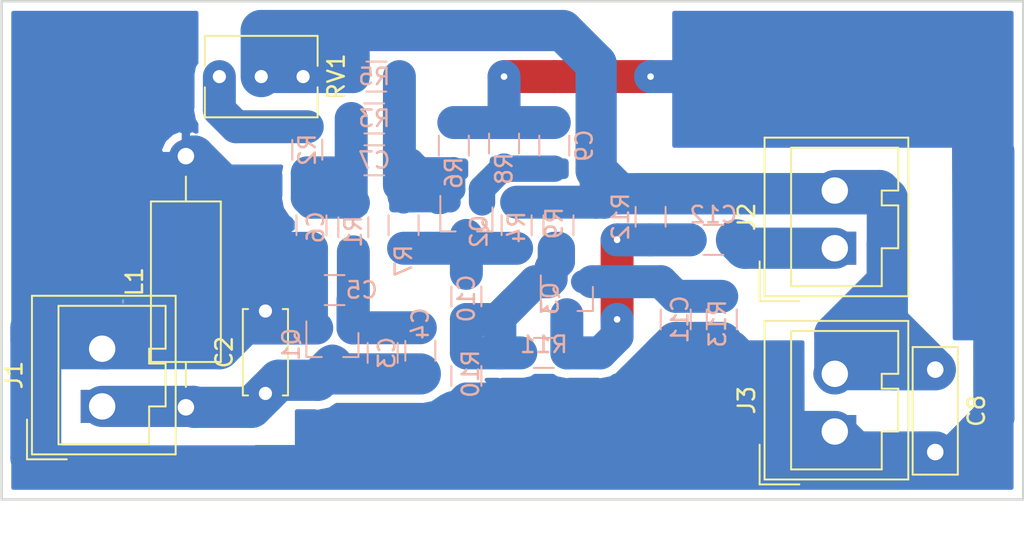
<source format=kicad_pcb>
(kicad_pcb (version 20171130) (host pcbnew 5.0.0)

  (general
    (thickness 1.6)
    (drawings 4)
    (tracks 351)
    (zones 0)
    (modules 32)
    (nets 14)
  )

  (page A4)
  (layers
    (0 F.Cu signal)
    (31 B.Cu signal)
    (32 B.Adhes user)
    (33 F.Adhes user)
    (34 B.Paste user)
    (35 F.Paste user)
    (36 B.SilkS user)
    (37 F.SilkS user)
    (38 B.Mask user)
    (39 F.Mask user)
    (40 Dwgs.User user)
    (41 Cmts.User user)
    (42 Eco1.User user)
    (43 Eco2.User user)
    (44 Edge.Cuts user)
    (45 Margin user)
    (46 B.CrtYd user)
    (47 F.CrtYd user)
    (48 B.Fab user)
    (49 F.Fab user)
  )

  (setup
    (last_trace_width 2.5)
    (trace_clearance 0.2)
    (zone_clearance 0.508)
    (zone_45_only no)
    (trace_min 0.2)
    (segment_width 0.2)
    (edge_width 0.15)
    (via_size 0.8)
    (via_drill 0.4)
    (via_min_size 0.4)
    (via_min_drill 0.3)
    (uvia_size 0.3)
    (uvia_drill 0.1)
    (uvias_allowed no)
    (uvia_min_size 0.2)
    (uvia_min_drill 0.1)
    (pcb_text_width 0.3)
    (pcb_text_size 1.5 1.5)
    (mod_edge_width 0.15)
    (mod_text_size 1 1)
    (mod_text_width 0.15)
    (pad_size 1.524 1.524)
    (pad_drill 0.762)
    (pad_to_mask_clearance 0.2)
    (aux_axis_origin 0 0)
    (visible_elements FFFFFF7F)
    (pcbplotparams
      (layerselection 0x010fc_ffffffff)
      (usegerberextensions false)
      (usegerberattributes false)
      (usegerberadvancedattributes false)
      (creategerberjobfile false)
      (excludeedgelayer true)
      (linewidth 0.100000)
      (plotframeref false)
      (viasonmask false)
      (mode 1)
      (useauxorigin false)
      (hpglpennumber 1)
      (hpglpenspeed 20)
      (hpglpendiameter 15.000000)
      (psnegative false)
      (psa4output false)
      (plotreference true)
      (plotvalue true)
      (plotinvisibletext false)
      (padsonsilk false)
      (subtractmaskfromsilk false)
      (outputformat 1)
      (mirror false)
      (drillshape 1)
      (scaleselection 1)
      (outputdirectory ""))
  )

  (net 0 "")
  (net 1 GND)
  (net 2 "Net-(C3-Pad1)")
  (net 3 "Net-(C6-Pad1)")
  (net 4 "Net-(C7-Pad1)")
  (net 5 "Net-(C8-Pad1)")
  (net 6 "Net-(R2-Pad1)")
  (net 7 "Net-(C9-Pad1)")
  (net 8 "Net-(C10-Pad2)")
  (net 9 "Net-(C10-Pad1)")
  (net 10 "Net-(C11-Pad1)")
  (net 11 "Net-(C12-Pad1)")
  (net 12 "Net-(C12-Pad2)")
  (net 13 "Net-(C2-Pad1)")

  (net_class Default "Это класс цепей по умолчанию."
    (clearance 0.2)
    (trace_width 2.5)
    (via_dia 0.8)
    (via_drill 0.4)
    (uvia_dia 0.3)
    (uvia_drill 0.1)
    (add_net GND)
    (add_net "Net-(C10-Pad1)")
    (add_net "Net-(C10-Pad2)")
    (add_net "Net-(C11-Pad1)")
    (add_net "Net-(C12-Pad1)")
    (add_net "Net-(C12-Pad2)")
    (add_net "Net-(C2-Pad1)")
    (add_net "Net-(C3-Pad1)")
    (add_net "Net-(C6-Pad1)")
    (add_net "Net-(C7-Pad1)")
    (add_net "Net-(C8-Pad1)")
    (add_net "Net-(C9-Pad1)")
    (add_net "Net-(R2-Pad1)")
  )

  (module Inductor_THT:L_Axial_L9.5mm_D4.0mm_P15.24mm_Horizontal_Fastron_SMCC (layer F.Cu) (tedit 5AE59B05) (tstamp 5C609401)
    (at 115.062 84.328 90)
    (descr "Inductor, Axial series, Axial, Horizontal, pin pitch=15.24mm, , length*diameter=9.5*4mm^2, Fastron, SMCC, http://cdn-reichelt.de/documents/datenblatt/B400/DS_SMCC_NEU.pdf, http://cdn-reichelt.de/documents/datenblatt/B400/LEADEDINDUCTORS.pdf")
    (tags "Inductor Axial series Axial Horizontal pin pitch 15.24mm  length 9.5mm diameter 4mm Fastron SMCC")
    (path /5C52EA6B)
    (fp_text reference L1 (at 7.62 -3.12 90) (layer F.SilkS)
      (effects (font (size 1 1) (thickness 0.15)))
    )
    (fp_text value L (at 7.62 3.12 90) (layer F.Fab)
      (effects (font (size 1 1) (thickness 0.15)))
    )
    (fp_line (start 2.87 -2) (end 2.87 2) (layer F.Fab) (width 0.1))
    (fp_line (start 2.87 2) (end 12.37 2) (layer F.Fab) (width 0.1))
    (fp_line (start 12.37 2) (end 12.37 -2) (layer F.Fab) (width 0.1))
    (fp_line (start 12.37 -2) (end 2.87 -2) (layer F.Fab) (width 0.1))
    (fp_line (start 0 0) (end 2.87 0) (layer F.Fab) (width 0.1))
    (fp_line (start 15.24 0) (end 12.37 0) (layer F.Fab) (width 0.1))
    (fp_line (start 2.75 -2.12) (end 2.75 2.12) (layer F.SilkS) (width 0.12))
    (fp_line (start 2.75 2.12) (end 12.49 2.12) (layer F.SilkS) (width 0.12))
    (fp_line (start 12.49 2.12) (end 12.49 -2.12) (layer F.SilkS) (width 0.12))
    (fp_line (start 12.49 -2.12) (end 2.75 -2.12) (layer F.SilkS) (width 0.12))
    (fp_line (start 1.24 0) (end 2.75 0) (layer F.SilkS) (width 0.12))
    (fp_line (start 14 0) (end 12.49 0) (layer F.SilkS) (width 0.12))
    (fp_line (start -1.25 -2.25) (end -1.25 2.25) (layer F.CrtYd) (width 0.05))
    (fp_line (start -1.25 2.25) (end 16.5 2.25) (layer F.CrtYd) (width 0.05))
    (fp_line (start 16.5 2.25) (end 16.5 -2.25) (layer F.CrtYd) (width 0.05))
    (fp_line (start 16.5 -2.25) (end -1.25 -2.25) (layer F.CrtYd) (width 0.05))
    (fp_text user %R (at 7.62 0 90) (layer F.Fab)
      (effects (font (size 1 1) (thickness 0.15)))
    )
    (pad 1 thru_hole circle (at 0 0 90) (size 2 2) (drill 1) (layers *.Cu *.Mask)
      (net 13 "Net-(C2-Pad1)"))
    (pad 2 thru_hole oval (at 15.24 0 90) (size 2 2) (drill 1) (layers *.Cu *.Mask)
      (net 1 GND))
    (model ${KISYS3DMOD}/Inductor_THT.3dshapes/L_Axial_L9.5mm_D4.0mm_P15.24mm_Horizontal_Fastron_SMCC.wrl
      (at (xyz 0 0 0))
      (scale (xyz 1 1 1))
      (rotate (xyz 0 0 0))
    )
  )

  (module Capacitor_SMD:C_1206_3216Metric (layer B.Cu) (tedit 5B301BBE) (tstamp 5CEC169A)
    (at 124.082 77.216 180)
    (descr "Capacitor SMD 1206 (3216 Metric), square (rectangular) end terminal, IPC_7351 nominal, (Body size source: http://www.tortai-tech.com/upload/download/2011102023233369053.pdf), generated with kicad-footprint-generator")
    (tags capacitor)
    (path /5C52EBF8)
    (attr smd)
    (fp_text reference C5 (at -1.648 0 180) (layer B.SilkS)
      (effects (font (size 1 1) (thickness 0.15)) (justify mirror))
    )
    (fp_text value 300pF (at 3.94 0 180) (layer B.Fab)
      (effects (font (size 1 1) (thickness 0.15)) (justify mirror))
    )
    (fp_text user %R (at 0 0 180) (layer B.Fab)
      (effects (font (size 0.8 0.8) (thickness 0.12)) (justify mirror))
    )
    (fp_line (start 2.28 -1.12) (end -2.28 -1.12) (layer B.CrtYd) (width 0.05))
    (fp_line (start 2.28 1.12) (end 2.28 -1.12) (layer B.CrtYd) (width 0.05))
    (fp_line (start -2.28 1.12) (end 2.28 1.12) (layer B.CrtYd) (width 0.05))
    (fp_line (start -2.28 -1.12) (end -2.28 1.12) (layer B.CrtYd) (width 0.05))
    (fp_line (start -0.602064 -0.91) (end 0.602064 -0.91) (layer B.SilkS) (width 0.12))
    (fp_line (start -0.602064 0.91) (end 0.602064 0.91) (layer B.SilkS) (width 0.12))
    (fp_line (start 1.6 -0.8) (end -1.6 -0.8) (layer B.Fab) (width 0.1))
    (fp_line (start 1.6 0.8) (end 1.6 -0.8) (layer B.Fab) (width 0.1))
    (fp_line (start -1.6 0.8) (end 1.6 0.8) (layer B.Fab) (width 0.1))
    (fp_line (start -1.6 -0.8) (end -1.6 0.8) (layer B.Fab) (width 0.1))
    (pad 2 smd roundrect (at 1.4 0 180) (size 1.25 1.75) (layers B.Cu B.Paste B.Mask) (roundrect_rratio 0.2)
      (net 1 GND))
    (pad 1 smd roundrect (at -1.4 0 180) (size 1.25 1.75) (layers B.Cu B.Paste B.Mask) (roundrect_rratio 0.2)
      (net 2 "Net-(C3-Pad1)"))
    (model ${KISYS3DMOD}/Capacitor_SMD.3dshapes/C_1206_3216Metric.wrl
      (at (xyz 0 0 0))
      (scale (xyz 1 1 1))
      (rotate (xyz 0 0 0))
    )
  )

  (module Capacitor_THT:C_Disc_D5.0mm_W2.5mm_P5.00mm (layer F.Cu) (tedit 5AE50EF0) (tstamp 5C6092E5)
    (at 119.888 83.486 90)
    (descr "C, Disc series, Radial, pin pitch=5.00mm, , diameter*width=5*2.5mm^2, Capacitor, http://cdn-reichelt.de/documents/datenblatt/B300/DS_KERKO_TC.pdf")
    (tags "C Disc series Radial pin pitch 5.00mm  diameter 5mm width 2.5mm Capacitor")
    (path /5C52EA08)
    (fp_text reference C2 (at 2.5 -2.5 90) (layer F.SilkS)
      (effects (font (size 1 1) (thickness 0.15)))
    )
    (fp_text value 2-7pF (at 2.5 2.5 90) (layer F.Fab)
      (effects (font (size 1 1) (thickness 0.15)))
    )
    (fp_text user %R (at 2.5 0 90) (layer F.Fab)
      (effects (font (size 1 1) (thickness 0.15)))
    )
    (fp_line (start 6.05 -1.5) (end -1.05 -1.5) (layer F.CrtYd) (width 0.05))
    (fp_line (start 6.05 1.5) (end 6.05 -1.5) (layer F.CrtYd) (width 0.05))
    (fp_line (start -1.05 1.5) (end 6.05 1.5) (layer F.CrtYd) (width 0.05))
    (fp_line (start -1.05 -1.5) (end -1.05 1.5) (layer F.CrtYd) (width 0.05))
    (fp_line (start 5.12 1.055) (end 5.12 1.37) (layer F.SilkS) (width 0.12))
    (fp_line (start 5.12 -1.37) (end 5.12 -1.055) (layer F.SilkS) (width 0.12))
    (fp_line (start -0.12 1.055) (end -0.12 1.37) (layer F.SilkS) (width 0.12))
    (fp_line (start -0.12 -1.37) (end -0.12 -1.055) (layer F.SilkS) (width 0.12))
    (fp_line (start -0.12 1.37) (end 5.12 1.37) (layer F.SilkS) (width 0.12))
    (fp_line (start -0.12 -1.37) (end 5.12 -1.37) (layer F.SilkS) (width 0.12))
    (fp_line (start 5 -1.25) (end 0 -1.25) (layer F.Fab) (width 0.1))
    (fp_line (start 5 1.25) (end 5 -1.25) (layer F.Fab) (width 0.1))
    (fp_line (start 0 1.25) (end 5 1.25) (layer F.Fab) (width 0.1))
    (fp_line (start 0 -1.25) (end 0 1.25) (layer F.Fab) (width 0.1))
    (pad 2 thru_hole circle (at 5 0 90) (size 1.6 1.6) (drill 0.8) (layers *.Cu *.Mask)
      (net 1 GND))
    (pad 1 thru_hole circle (at 0 0 90) (size 1.6 1.6) (drill 0.8) (layers *.Cu *.Mask)
      (net 13 "Net-(C2-Pad1)"))
    (model ${KISYS3DMOD}/Capacitor_THT.3dshapes/C_Disc_D5.0mm_W2.5mm_P5.00mm.wrl
      (at (xyz 0 0 0))
      (scale (xyz 1 1 1))
      (rotate (xyz 0 0 0))
    )
  )

  (module Capacitor_THT:C_Disc_D7.5mm_W2.5mm_P5.00mm (layer F.Cu) (tedit 5AE50EF0) (tstamp 5C60935F)
    (at 160.528 82.042 270)
    (descr "C, Disc series, Radial, pin pitch=5.00mm, , diameter*width=7.5*2.5mm^2, Capacitor, http://www.vishay.com/docs/28535/vy2series.pdf")
    (tags "C Disc series Radial pin pitch 5.00mm  diameter 7.5mm width 2.5mm Capacitor")
    (path /5C53DC46)
    (fp_text reference C8 (at 2.5 -2.5 270) (layer F.SilkS)
      (effects (font (size 1 1) (thickness 0.15)))
    )
    (fp_text value 100uF (at 2.5 2.5 270) (layer F.Fab)
      (effects (font (size 1 1) (thickness 0.15)))
    )
    (fp_text user %R (at 2.5 0 270) (layer F.Fab)
      (effects (font (size 1 1) (thickness 0.15)))
    )
    (fp_line (start 6.5 -1.5) (end -1.5 -1.5) (layer F.CrtYd) (width 0.05))
    (fp_line (start 6.5 1.5) (end 6.5 -1.5) (layer F.CrtYd) (width 0.05))
    (fp_line (start -1.5 1.5) (end 6.5 1.5) (layer F.CrtYd) (width 0.05))
    (fp_line (start -1.5 -1.5) (end -1.5 1.5) (layer F.CrtYd) (width 0.05))
    (fp_line (start 6.37 -1.37) (end 6.37 1.37) (layer F.SilkS) (width 0.12))
    (fp_line (start -1.37 -1.37) (end -1.37 1.37) (layer F.SilkS) (width 0.12))
    (fp_line (start -1.37 1.37) (end 6.37 1.37) (layer F.SilkS) (width 0.12))
    (fp_line (start -1.37 -1.37) (end 6.37 -1.37) (layer F.SilkS) (width 0.12))
    (fp_line (start 6.25 -1.25) (end -1.25 -1.25) (layer F.Fab) (width 0.1))
    (fp_line (start 6.25 1.25) (end 6.25 -1.25) (layer F.Fab) (width 0.1))
    (fp_line (start -1.25 1.25) (end 6.25 1.25) (layer F.Fab) (width 0.1))
    (fp_line (start -1.25 -1.25) (end -1.25 1.25) (layer F.Fab) (width 0.1))
    (pad 2 thru_hole circle (at 5 0 270) (size 2 2) (drill 1) (layers *.Cu *.Mask)
      (net 1 GND))
    (pad 1 thru_hole circle (at 0 0 270) (size 2 2) (drill 1) (layers *.Cu *.Mask)
      (net 5 "Net-(C8-Pad1)"))
    (model ${KISYS3DMOD}/Capacitor_THT.3dshapes/C_Disc_D7.5mm_W2.5mm_P5.00mm.wrl
      (at (xyz 0 0 0))
      (scale (xyz 1 1 1))
      (rotate (xyz 0 0 0))
    )
  )

  (module Potentiometer_THT:Potentiometer_Vishay_T73XW_Horizontal (layer F.Cu) (tedit 5A3D4993) (tstamp 5C6094C0)
    (at 122.174 64.262 270)
    (descr "Potentiometer, horizontal, Vishay T73XW, http://www.vishay.com/docs/51016/t73.pdf")
    (tags "Potentiometer horizontal Vishay T73XW")
    (path /5C52EF05)
    (fp_text reference RV1 (at 0 -2.01 270) (layer F.SilkS)
      (effects (font (size 1 1) (thickness 0.15)))
    )
    (fp_text value 6.8k (at 0 7.09 270) (layer F.Fab)
      (effects (font (size 1 1) (thickness 0.15)))
    )
    (fp_line (start 2.35 -0.76) (end 2.35 5.84) (layer F.Fab) (width 0.1))
    (fp_line (start 2.35 5.84) (end -2.35 5.84) (layer F.Fab) (width 0.1))
    (fp_line (start -2.35 5.84) (end -2.35 -0.76) (layer F.Fab) (width 0.1))
    (fp_line (start -2.35 -0.76) (end 2.35 -0.76) (layer F.Fab) (width 0.1))
    (fp_line (start -2.47 -0.88) (end -0.65 -0.88) (layer F.SilkS) (width 0.12))
    (fp_line (start 0.65 -0.88) (end 2.47 -0.88) (layer F.SilkS) (width 0.12))
    (fp_line (start -2.47 5.96) (end -0.65 5.96) (layer F.SilkS) (width 0.12))
    (fp_line (start 0.65 5.96) (end 2.47 5.96) (layer F.SilkS) (width 0.12))
    (fp_line (start 2.47 -0.88) (end 2.47 5.96) (layer F.SilkS) (width 0.12))
    (fp_line (start -2.47 -0.88) (end -2.47 5.96) (layer F.SilkS) (width 0.12))
    (fp_line (start -2.6 -1.05) (end -2.6 6.1) (layer F.CrtYd) (width 0.05))
    (fp_line (start -2.6 6.1) (end 2.6 6.1) (layer F.CrtYd) (width 0.05))
    (fp_line (start 2.6 6.1) (end 2.6 -1.05) (layer F.CrtYd) (width 0.05))
    (fp_line (start 2.6 -1.05) (end -2.6 -1.05) (layer F.CrtYd) (width 0.05))
    (fp_text user %R (at 0 2.54 270) (layer F.Fab)
      (effects (font (size 1 1) (thickness 0.15)))
    )
    (pad 3 thru_hole circle (at 0 5.08 270) (size 1.44 1.44) (drill 0.8) (layers *.Cu *.Mask)
      (net 6 "Net-(R2-Pad1)"))
    (pad 2 thru_hole circle (at 0 2.54 270) (size 1.44 1.44) (drill 0.8) (layers *.Cu *.Mask)
      (net 5 "Net-(C8-Pad1)"))
    (pad 1 thru_hole circle (at 0 0 270) (size 1.44 1.44) (drill 0.8) (layers *.Cu *.Mask)
      (net 5 "Net-(C8-Pad1)"))
    (model ${KISYS3DMOD}/Potentiometer_THT.3dshapes/Potentiometer_Vishay_T73XW_Horizontal.wrl
      (at (xyz 0 0 0))
      (scale (xyz 1 1 1))
      (rotate (xyz 0 0 0))
    )
  )

  (module Connector_Wago:Wago_734-132_1x02_P3.50mm_Vertical (layer F.Cu) (tedit 5A1F3EED) (tstamp 5C609E14)
    (at 109.982 84.272 90)
    (descr "Molex 734 Male header (for PCBs); Straight solder pin 1 x 1 mm, 734-132 , 2 Pins (http://www.farnell.com/datasheets/2157639.pdf), generated with kicad-footprint-generator")
    (tags "connector Wago  side entry")
    (path /5C548F30)
    (fp_text reference J1 (at 1.9 -5.35 90) (layer F.SilkS)
      (effects (font (size 1 1) (thickness 0.15)))
    )
    (fp_text value Conn_01x02_Male (at 1.9 5.55 90) (layer F.Fab)
      (effects (font (size 1 1) (thickness 0.15)))
    )
    (fp_line (start -2.8 -4.15) (end -2.8 4.35) (layer F.Fab) (width 0.1))
    (fp_line (start -2.8 4.35) (end 6.6 4.35) (layer F.Fab) (width 0.1))
    (fp_line (start 6.6 4.35) (end 6.6 -4.15) (layer F.Fab) (width 0.1))
    (fp_line (start 6.6 -4.15) (end -2.8 -4.15) (layer F.Fab) (width 0.1))
    (fp_line (start -2.91 -4.26) (end -2.91 4.46) (layer F.SilkS) (width 0.12))
    (fp_line (start -2.91 4.46) (end 6.71 4.46) (layer F.SilkS) (width 0.12))
    (fp_line (start 6.71 4.46) (end 6.71 -4.26) (layer F.SilkS) (width 0.12))
    (fp_line (start 6.71 -4.26) (end -2.91 -4.26) (layer F.SilkS) (width 0.12))
    (fp_line (start -2.3 -2.65) (end -2.3 2.85) (layer F.SilkS) (width 0.12))
    (fp_line (start -2.3 2.85) (end 0 2.85) (layer F.SilkS) (width 0.12))
    (fp_line (start 0 2.85) (end 0 3.85) (layer F.SilkS) (width 0.12))
    (fp_line (start 0 3.85) (end 2.6 3.85) (layer F.SilkS) (width 0.12))
    (fp_line (start 2.6 3.85) (end 2.6 2.85) (layer F.SilkS) (width 0.12))
    (fp_line (start 2.6 2.85) (end 3.5 2.85) (layer F.SilkS) (width 0.12))
    (fp_line (start 3.5 2.85) (end 3.5 3.85) (layer F.SilkS) (width 0.12))
    (fp_line (start 3.5 3.85) (end 6.1 3.85) (layer F.SilkS) (width 0.12))
    (fp_line (start 6.1 3.85) (end 6.1 -2.65) (layer F.SilkS) (width 0.12))
    (fp_line (start 6.1 -2.65) (end -2.3 -2.65) (layer F.SilkS) (width 0.12))
    (fp_line (start -3.21 -2.15) (end -3.21 -4.56) (layer F.SilkS) (width 0.12))
    (fp_line (start -3.21 -4.56) (end -0.8 -4.56) (layer F.SilkS) (width 0.12))
    (fp_line (start -0.5 -4.15) (end 0 -3.442893) (layer F.Fab) (width 0.1))
    (fp_line (start 0 -3.442893) (end 0.5 -4.15) (layer F.Fab) (width 0.1))
    (fp_line (start -3.3 -4.65) (end -3.3 4.85) (layer F.CrtYd) (width 0.05))
    (fp_line (start -3.3 4.85) (end 7.1 4.85) (layer F.CrtYd) (width 0.05))
    (fp_line (start 7.1 4.85) (end 7.1 -4.65) (layer F.CrtYd) (width 0.05))
    (fp_line (start 7.1 -4.65) (end -3.3 -4.65) (layer F.CrtYd) (width 0.05))
    (fp_text user %R (at 1.9 3.65 90) (layer F.Fab)
      (effects (font (size 1 1) (thickness 0.15)))
    )
    (pad 1 thru_hole rect (at 0 0 90) (size 2 2.6) (drill 1.6) (layers *.Cu *.Mask)
      (net 13 "Net-(C2-Pad1)"))
    (pad 2 thru_hole oval (at 3.5 0 90) (size 2 2.6) (drill 1.6) (layers *.Cu *.Mask)
      (net 1 GND))
    (model ${KISYS3DMOD}/Connector_Wago.3dshapes/Wago_734-132_1x02_P3.50mm_Vertical.wrl
      (at (xyz 0 0 0))
      (scale (xyz 1 1 1))
      (rotate (xyz 0 0 0))
    )
  )

  (module Connector_Wago:Wago_734-132_1x02_P3.50mm_Vertical (layer F.Cu) (tedit 5A1F3EED) (tstamp 5C609E34)
    (at 154.432 74.676 90)
    (descr "Molex 734 Male header (for PCBs); Straight solder pin 1 x 1 mm, 734-132 , 2 Pins (http://www.farnell.com/datasheets/2157639.pdf), generated with kicad-footprint-generator")
    (tags "connector Wago  side entry")
    (path /5C53A181)
    (fp_text reference J2 (at 1.9 -5.35 90) (layer F.SilkS)
      (effects (font (size 1 1) (thickness 0.15)))
    )
    (fp_text value Conn_01x02_Male (at 1.9 5.55 90) (layer F.Fab)
      (effects (font (size 1 1) (thickness 0.15)))
    )
    (fp_line (start -2.8 -4.15) (end -2.8 4.35) (layer F.Fab) (width 0.1))
    (fp_line (start -2.8 4.35) (end 6.6 4.35) (layer F.Fab) (width 0.1))
    (fp_line (start 6.6 4.35) (end 6.6 -4.15) (layer F.Fab) (width 0.1))
    (fp_line (start 6.6 -4.15) (end -2.8 -4.15) (layer F.Fab) (width 0.1))
    (fp_line (start -2.91 -4.26) (end -2.91 4.46) (layer F.SilkS) (width 0.12))
    (fp_line (start -2.91 4.46) (end 6.71 4.46) (layer F.SilkS) (width 0.12))
    (fp_line (start 6.71 4.46) (end 6.71 -4.26) (layer F.SilkS) (width 0.12))
    (fp_line (start 6.71 -4.26) (end -2.91 -4.26) (layer F.SilkS) (width 0.12))
    (fp_line (start -2.3 -2.65) (end -2.3 2.85) (layer F.SilkS) (width 0.12))
    (fp_line (start -2.3 2.85) (end 0 2.85) (layer F.SilkS) (width 0.12))
    (fp_line (start 0 2.85) (end 0 3.85) (layer F.SilkS) (width 0.12))
    (fp_line (start 0 3.85) (end 2.6 3.85) (layer F.SilkS) (width 0.12))
    (fp_line (start 2.6 3.85) (end 2.6 2.85) (layer F.SilkS) (width 0.12))
    (fp_line (start 2.6 2.85) (end 3.5 2.85) (layer F.SilkS) (width 0.12))
    (fp_line (start 3.5 2.85) (end 3.5 3.85) (layer F.SilkS) (width 0.12))
    (fp_line (start 3.5 3.85) (end 6.1 3.85) (layer F.SilkS) (width 0.12))
    (fp_line (start 6.1 3.85) (end 6.1 -2.65) (layer F.SilkS) (width 0.12))
    (fp_line (start 6.1 -2.65) (end -2.3 -2.65) (layer F.SilkS) (width 0.12))
    (fp_line (start -3.21 -2.15) (end -3.21 -4.56) (layer F.SilkS) (width 0.12))
    (fp_line (start -3.21 -4.56) (end -0.8 -4.56) (layer F.SilkS) (width 0.12))
    (fp_line (start -0.5 -4.15) (end 0 -3.442893) (layer F.Fab) (width 0.1))
    (fp_line (start 0 -3.442893) (end 0.5 -4.15) (layer F.Fab) (width 0.1))
    (fp_line (start -3.3 -4.65) (end -3.3 4.85) (layer F.CrtYd) (width 0.05))
    (fp_line (start -3.3 4.85) (end 7.1 4.85) (layer F.CrtYd) (width 0.05))
    (fp_line (start 7.1 4.85) (end 7.1 -4.65) (layer F.CrtYd) (width 0.05))
    (fp_line (start 7.1 -4.65) (end -3.3 -4.65) (layer F.CrtYd) (width 0.05))
    (fp_text user %R (at 1.9 3.65 90) (layer F.Fab)
      (effects (font (size 1 1) (thickness 0.15)))
    )
    (pad 1 thru_hole rect (at 0 0 90) (size 2 2.6) (drill 1.6) (layers *.Cu *.Mask)
      (net 11 "Net-(C12-Pad1)"))
    (pad 2 thru_hole oval (at 3.5 0 90) (size 2 2.6) (drill 1.6) (layers *.Cu *.Mask)
      (net 5 "Net-(C8-Pad1)"))
    (model ${KISYS3DMOD}/Connector_Wago.3dshapes/Wago_734-132_1x02_P3.50mm_Vertical.wrl
      (at (xyz 0 0 0))
      (scale (xyz 1 1 1))
      (rotate (xyz 0 0 0))
    )
  )

  (module Connector_Wago:Wago_734-132_1x02_P3.50mm_Vertical (layer F.Cu) (tedit 5A1F3EED) (tstamp 5C609E54)
    (at 154.432 85.796 90)
    (descr "Molex 734 Male header (for PCBs); Straight solder pin 1 x 1 mm, 734-132 , 2 Pins (http://www.farnell.com/datasheets/2157639.pdf), generated with kicad-footprint-generator")
    (tags "connector Wago  side entry")
    (path /5C53BC40)
    (fp_text reference J3 (at 1.9 -5.35 90) (layer F.SilkS)
      (effects (font (size 1 1) (thickness 0.15)))
    )
    (fp_text value Conn_01x02_Male (at 1.9 5.55 90) (layer F.Fab)
      (effects (font (size 1 1) (thickness 0.15)))
    )
    (fp_text user %R (at 1.9 3.65 90) (layer F.Fab)
      (effects (font (size 1 1) (thickness 0.15)))
    )
    (fp_line (start 7.1 -4.65) (end -3.3 -4.65) (layer F.CrtYd) (width 0.05))
    (fp_line (start 7.1 4.85) (end 7.1 -4.65) (layer F.CrtYd) (width 0.05))
    (fp_line (start -3.3 4.85) (end 7.1 4.85) (layer F.CrtYd) (width 0.05))
    (fp_line (start -3.3 -4.65) (end -3.3 4.85) (layer F.CrtYd) (width 0.05))
    (fp_line (start 0 -3.442893) (end 0.5 -4.15) (layer F.Fab) (width 0.1))
    (fp_line (start -0.5 -4.15) (end 0 -3.442893) (layer F.Fab) (width 0.1))
    (fp_line (start -3.21 -4.56) (end -0.8 -4.56) (layer F.SilkS) (width 0.12))
    (fp_line (start -3.21 -2.15) (end -3.21 -4.56) (layer F.SilkS) (width 0.12))
    (fp_line (start 6.1 -2.65) (end -2.3 -2.65) (layer F.SilkS) (width 0.12))
    (fp_line (start 6.1 3.85) (end 6.1 -2.65) (layer F.SilkS) (width 0.12))
    (fp_line (start 3.5 3.85) (end 6.1 3.85) (layer F.SilkS) (width 0.12))
    (fp_line (start 3.5 2.85) (end 3.5 3.85) (layer F.SilkS) (width 0.12))
    (fp_line (start 2.6 2.85) (end 3.5 2.85) (layer F.SilkS) (width 0.12))
    (fp_line (start 2.6 3.85) (end 2.6 2.85) (layer F.SilkS) (width 0.12))
    (fp_line (start 0 3.85) (end 2.6 3.85) (layer F.SilkS) (width 0.12))
    (fp_line (start 0 2.85) (end 0 3.85) (layer F.SilkS) (width 0.12))
    (fp_line (start -2.3 2.85) (end 0 2.85) (layer F.SilkS) (width 0.12))
    (fp_line (start -2.3 -2.65) (end -2.3 2.85) (layer F.SilkS) (width 0.12))
    (fp_line (start 6.71 -4.26) (end -2.91 -4.26) (layer F.SilkS) (width 0.12))
    (fp_line (start 6.71 4.46) (end 6.71 -4.26) (layer F.SilkS) (width 0.12))
    (fp_line (start -2.91 4.46) (end 6.71 4.46) (layer F.SilkS) (width 0.12))
    (fp_line (start -2.91 -4.26) (end -2.91 4.46) (layer F.SilkS) (width 0.12))
    (fp_line (start 6.6 -4.15) (end -2.8 -4.15) (layer F.Fab) (width 0.1))
    (fp_line (start 6.6 4.35) (end 6.6 -4.15) (layer F.Fab) (width 0.1))
    (fp_line (start -2.8 4.35) (end 6.6 4.35) (layer F.Fab) (width 0.1))
    (fp_line (start -2.8 -4.15) (end -2.8 4.35) (layer F.Fab) (width 0.1))
    (pad 2 thru_hole oval (at 3.5 0 90) (size 2 2.6) (drill 1.6) (layers *.Cu *.Mask)
      (net 5 "Net-(C8-Pad1)"))
    (pad 1 thru_hole rect (at 0 0 90) (size 2 2.6) (drill 1.6) (layers *.Cu *.Mask)
      (net 1 GND))
    (model ${KISYS3DMOD}/Connector_Wago.3dshapes/Wago_734-132_1x02_P3.50mm_Vertical.wrl
      (at (xyz 0 0 0))
      (scale (xyz 1 1 1))
      (rotate (xyz 0 0 0))
    )
  )

  (module Capacitor_SMD:C_1206_3216Metric (layer B.Cu) (tedit 5B301BBE) (tstamp 5CEC167A)
    (at 127 81.026 270)
    (descr "Capacitor SMD 1206 (3216 Metric), square (rectangular) end terminal, IPC_7351 nominal, (Body size source: http://www.tortai-tech.com/upload/download/2011102023233369053.pdf), generated with kicad-footprint-generator")
    (tags capacitor)
    (path /5C54FD11)
    (attr smd)
    (fp_text reference C3 (at 0 -0.254 270) (layer B.SilkS)
      (effects (font (size 1 1) (thickness 0.15)) (justify mirror))
    )
    (fp_text value 12-300pF (at 6.858 0 270) (layer B.Fab)
      (effects (font (size 1 1) (thickness 0.15)) (justify mirror))
    )
    (fp_text user %R (at -1.524 -0.254 270) (layer B.Fab)
      (effects (font (size 0.8 0.8) (thickness 0.12)) (justify mirror))
    )
    (fp_line (start 2.28 -1.12) (end -2.28 -1.12) (layer B.CrtYd) (width 0.05))
    (fp_line (start 2.28 1.12) (end 2.28 -1.12) (layer B.CrtYd) (width 0.05))
    (fp_line (start -2.28 1.12) (end 2.28 1.12) (layer B.CrtYd) (width 0.05))
    (fp_line (start -2.28 -1.12) (end -2.28 1.12) (layer B.CrtYd) (width 0.05))
    (fp_line (start -0.602064 -0.91) (end 0.602064 -0.91) (layer B.SilkS) (width 0.12))
    (fp_line (start -0.602064 0.91) (end 0.602064 0.91) (layer B.SilkS) (width 0.12))
    (fp_line (start 1.6 -0.8) (end -1.6 -0.8) (layer B.Fab) (width 0.1))
    (fp_line (start 1.6 0.8) (end 1.6 -0.8) (layer B.Fab) (width 0.1))
    (fp_line (start -1.6 0.8) (end 1.6 0.8) (layer B.Fab) (width 0.1))
    (fp_line (start -1.6 -0.8) (end -1.6 0.8) (layer B.Fab) (width 0.1))
    (pad 2 smd roundrect (at 1.4 0 270) (size 1.25 1.75) (layers B.Cu B.Paste B.Mask) (roundrect_rratio 0.2)
      (net 13 "Net-(C2-Pad1)"))
    (pad 1 smd roundrect (at -1.4 0 270) (size 1.25 1.75) (layers B.Cu B.Paste B.Mask) (roundrect_rratio 0.2)
      (net 2 "Net-(C3-Pad1)"))
    (model ${KISYS3DMOD}/Capacitor_SMD.3dshapes/C_1206_3216Metric.wrl
      (at (xyz 0 0 0))
      (scale (xyz 1 1 1))
      (rotate (xyz 0 0 0))
    )
  )

  (module Capacitor_SMD:C_1206_3216Metric (layer B.Cu) (tedit 5B301BBE) (tstamp 5CEC168A)
    (at 129.286 80.902 270)
    (descr "Capacitor SMD 1206 (3216 Metric), square (rectangular) end terminal, IPC_7351 nominal, (Body size source: http://www.tortai-tech.com/upload/download/2011102023233369053.pdf), generated with kicad-footprint-generator")
    (tags capacitor)
    (path /5C52EB69)
    (attr smd)
    (fp_text reference C4 (at -1.654 0 270) (layer B.SilkS)
      (effects (font (size 1 1) (thickness 0.15)) (justify mirror))
    )
    (fp_text value 12-300pF (at 7.236 -0.254 270) (layer B.Fab)
      (effects (font (size 1 1) (thickness 0.15)) (justify mirror))
    )
    (fp_line (start -1.6 -0.8) (end -1.6 0.8) (layer B.Fab) (width 0.1))
    (fp_line (start -1.6 0.8) (end 1.6 0.8) (layer B.Fab) (width 0.1))
    (fp_line (start 1.6 0.8) (end 1.6 -0.8) (layer B.Fab) (width 0.1))
    (fp_line (start 1.6 -0.8) (end -1.6 -0.8) (layer B.Fab) (width 0.1))
    (fp_line (start -0.602064 0.91) (end 0.602064 0.91) (layer B.SilkS) (width 0.12))
    (fp_line (start -0.602064 -0.91) (end 0.602064 -0.91) (layer B.SilkS) (width 0.12))
    (fp_line (start -2.28 -1.12) (end -2.28 1.12) (layer B.CrtYd) (width 0.05))
    (fp_line (start -2.28 1.12) (end 2.28 1.12) (layer B.CrtYd) (width 0.05))
    (fp_line (start 2.28 1.12) (end 2.28 -1.12) (layer B.CrtYd) (width 0.05))
    (fp_line (start 2.28 -1.12) (end -2.28 -1.12) (layer B.CrtYd) (width 0.05))
    (fp_text user %R (at 0 0 270) (layer B.Fab)
      (effects (font (size 0.8 0.8) (thickness 0.12)) (justify mirror))
    )
    (pad 1 smd roundrect (at -1.4 0 270) (size 1.25 1.75) (layers B.Cu B.Paste B.Mask) (roundrect_rratio 0.2)
      (net 2 "Net-(C3-Pad1)"))
    (pad 2 smd roundrect (at 1.4 0 270) (size 1.25 1.75) (layers B.Cu B.Paste B.Mask) (roundrect_rratio 0.2)
      (net 13 "Net-(C2-Pad1)"))
    (model ${KISYS3DMOD}/Capacitor_SMD.3dshapes/C_1206_3216Metric.wrl
      (at (xyz 0 0 0))
      (scale (xyz 1 1 1))
      (rotate (xyz 0 0 0))
    )
  )

  (module Capacitor_SMD:C_1206_3216Metric (layer B.Cu) (tedit 5B301BBE) (tstamp 5CEC16AA)
    (at 122.682 73.282 270)
    (descr "Capacitor SMD 1206 (3216 Metric), square (rectangular) end terminal, IPC_7351 nominal, (Body size source: http://www.tortai-tech.com/upload/download/2011102023233369053.pdf), generated with kicad-footprint-generator")
    (tags capacitor)
    (path /5C530EF5)
    (attr smd)
    (fp_text reference C6 (at 0.124 -0.254 270) (layer B.SilkS)
      (effects (font (size 1 1) (thickness 0.15)) (justify mirror))
    )
    (fp_text value 0.05uF (at 1.394 1.778 270) (layer B.Fab)
      (effects (font (size 1 1) (thickness 0.15)) (justify mirror))
    )
    (fp_text user %R (at 0 0.762 270) (layer B.Fab)
      (effects (font (size 0.8 0.8) (thickness 0.12)) (justify mirror))
    )
    (fp_line (start 2.28 -1.12) (end -2.28 -1.12) (layer B.CrtYd) (width 0.05))
    (fp_line (start 2.28 1.12) (end 2.28 -1.12) (layer B.CrtYd) (width 0.05))
    (fp_line (start -2.28 1.12) (end 2.28 1.12) (layer B.CrtYd) (width 0.05))
    (fp_line (start -2.28 -1.12) (end -2.28 1.12) (layer B.CrtYd) (width 0.05))
    (fp_line (start -0.602064 -0.91) (end 0.602064 -0.91) (layer B.SilkS) (width 0.12))
    (fp_line (start -0.602064 0.91) (end 0.602064 0.91) (layer B.SilkS) (width 0.12))
    (fp_line (start 1.6 -0.8) (end -1.6 -0.8) (layer B.Fab) (width 0.1))
    (fp_line (start 1.6 0.8) (end 1.6 -0.8) (layer B.Fab) (width 0.1))
    (fp_line (start -1.6 0.8) (end 1.6 0.8) (layer B.Fab) (width 0.1))
    (fp_line (start -1.6 -0.8) (end -1.6 0.8) (layer B.Fab) (width 0.1))
    (pad 2 smd roundrect (at 1.4 0 270) (size 1.25 1.75) (layers B.Cu B.Paste B.Mask) (roundrect_rratio 0.2)
      (net 1 GND))
    (pad 1 smd roundrect (at -1.4 0 270) (size 1.25 1.75) (layers B.Cu B.Paste B.Mask) (roundrect_rratio 0.2)
      (net 3 "Net-(C6-Pad1)"))
    (model ${KISYS3DMOD}/Capacitor_SMD.3dshapes/C_1206_3216Metric.wrl
      (at (xyz 0 0 0))
      (scale (xyz 1 1 1))
      (rotate (xyz 0 0 0))
    )
  )

  (module Capacitor_SMD:C_1206_3216Metric (layer B.Cu) (tedit 5B301BBE) (tstamp 5CEC16BA)
    (at 126.492 69.342 180)
    (descr "Capacitor SMD 1206 (3216 Metric), square (rectangular) end terminal, IPC_7351 nominal, (Body size source: http://www.tortai-tech.com/upload/download/2011102023233369053.pdf), generated with kicad-footprint-generator")
    (tags capacitor)
    (path /5C52F0E6)
    (attr smd)
    (fp_text reference C7 (at 0 0 180) (layer B.SilkS)
      (effects (font (size 1 1) (thickness 0.15)) (justify mirror))
    )
    (fp_text value C (at 0 -1.524 180) (layer B.Fab)
      (effects (font (size 1 1) (thickness 0.15)) (justify mirror))
    )
    (fp_line (start -1.6 -0.8) (end -1.6 0.8) (layer B.Fab) (width 0.1))
    (fp_line (start -1.6 0.8) (end 1.6 0.8) (layer B.Fab) (width 0.1))
    (fp_line (start 1.6 0.8) (end 1.6 -0.8) (layer B.Fab) (width 0.1))
    (fp_line (start 1.6 -0.8) (end -1.6 -0.8) (layer B.Fab) (width 0.1))
    (fp_line (start -0.602064 0.91) (end 0.602064 0.91) (layer B.SilkS) (width 0.12))
    (fp_line (start -0.602064 -0.91) (end 0.602064 -0.91) (layer B.SilkS) (width 0.12))
    (fp_line (start -2.28 -1.12) (end -2.28 1.12) (layer B.CrtYd) (width 0.05))
    (fp_line (start -2.28 1.12) (end 2.28 1.12) (layer B.CrtYd) (width 0.05))
    (fp_line (start 2.28 1.12) (end 2.28 -1.12) (layer B.CrtYd) (width 0.05))
    (fp_line (start 2.28 -1.12) (end -2.28 -1.12) (layer B.CrtYd) (width 0.05))
    (fp_text user %R (at 0 0 180) (layer B.Fab)
      (effects (font (size 0.8 0.8) (thickness 0.12)) (justify mirror))
    )
    (pad 1 smd roundrect (at -1.4 0 180) (size 1.25 1.75) (layers B.Cu B.Paste B.Mask) (roundrect_rratio 0.2)
      (net 4 "Net-(C7-Pad1)"))
    (pad 2 smd roundrect (at 1.4 0 180) (size 1.25 1.75) (layers B.Cu B.Paste B.Mask) (roundrect_rratio 0.2)
      (net 3 "Net-(C6-Pad1)"))
    (model ${KISYS3DMOD}/Capacitor_SMD.3dshapes/C_1206_3216Metric.wrl
      (at (xyz 0 0 0))
      (scale (xyz 1 1 1))
      (rotate (xyz 0 0 0))
    )
  )

  (module Capacitor_SMD:C_1206_3216Metric (layer B.Cu) (tedit 5B301BBE) (tstamp 5CEC16DA)
    (at 137.414 68.45 90)
    (descr "Capacitor SMD 1206 (3216 Metric), square (rectangular) end terminal, IPC_7351 nominal, (Body size source: http://www.tortai-tech.com/upload/download/2011102023233369053.pdf), generated with kicad-footprint-generator")
    (tags capacitor)
    (path /5CE0744B)
    (attr smd)
    (fp_text reference C9 (at 0 1.82 90) (layer B.SilkS)
      (effects (font (size 1 1) (thickness 0.15)) (justify mirror))
    )
    (fp_text value 0.05uF (at 3.934 -0.254 90) (layer B.Fab)
      (effects (font (size 1 1) (thickness 0.15)) (justify mirror))
    )
    (fp_line (start -1.6 -0.8) (end -1.6 0.8) (layer B.Fab) (width 0.1))
    (fp_line (start -1.6 0.8) (end 1.6 0.8) (layer B.Fab) (width 0.1))
    (fp_line (start 1.6 0.8) (end 1.6 -0.8) (layer B.Fab) (width 0.1))
    (fp_line (start 1.6 -0.8) (end -1.6 -0.8) (layer B.Fab) (width 0.1))
    (fp_line (start -0.602064 0.91) (end 0.602064 0.91) (layer B.SilkS) (width 0.12))
    (fp_line (start -0.602064 -0.91) (end 0.602064 -0.91) (layer B.SilkS) (width 0.12))
    (fp_line (start -2.28 -1.12) (end -2.28 1.12) (layer B.CrtYd) (width 0.05))
    (fp_line (start -2.28 1.12) (end 2.28 1.12) (layer B.CrtYd) (width 0.05))
    (fp_line (start 2.28 1.12) (end 2.28 -1.12) (layer B.CrtYd) (width 0.05))
    (fp_line (start 2.28 -1.12) (end -2.28 -1.12) (layer B.CrtYd) (width 0.05))
    (fp_text user %R (at 0 0 90) (layer B.Fab)
      (effects (font (size 0.8 0.8) (thickness 0.12)) (justify mirror))
    )
    (pad 1 smd roundrect (at -1.4 0 90) (size 1.25 1.75) (layers B.Cu B.Paste B.Mask) (roundrect_rratio 0.2)
      (net 7 "Net-(C9-Pad1)"))
    (pad 2 smd roundrect (at 1.4 0 90) (size 1.25 1.75) (layers B.Cu B.Paste B.Mask) (roundrect_rratio 0.2)
      (net 1 GND))
    (model ${KISYS3DMOD}/Capacitor_SMD.3dshapes/C_1206_3216Metric.wrl
      (at (xyz 0 0 0))
      (scale (xyz 1 1 1))
      (rotate (xyz 0 0 0))
    )
  )

  (module Capacitor_SMD:C_1206_3216Metric (layer B.Cu) (tedit 5B301BBE) (tstamp 5CEC16EB)
    (at 132.08 77.6 90)
    (descr "Capacitor SMD 1206 (3216 Metric), square (rectangular) end terminal, IPC_7351 nominal, (Body size source: http://www.tortai-tech.com/upload/download/2011102023233369053.pdf), generated with kicad-footprint-generator")
    (tags capacitor)
    (path /5CE39205)
    (attr smd)
    (fp_text reference C10 (at -0.124 0 90) (layer B.SilkS)
      (effects (font (size 1 1) (thickness 0.15)) (justify mirror))
    )
    (fp_text value 0.1 (at 0 -1.82 90) (layer B.Fab)
      (effects (font (size 1 1) (thickness 0.15)) (justify mirror))
    )
    (fp_text user %R (at 0 0 90) (layer B.Fab)
      (effects (font (size 0.8 0.8) (thickness 0.12)) (justify mirror))
    )
    (fp_line (start 2.28 -1.12) (end -2.28 -1.12) (layer B.CrtYd) (width 0.05))
    (fp_line (start 2.28 1.12) (end 2.28 -1.12) (layer B.CrtYd) (width 0.05))
    (fp_line (start -2.28 1.12) (end 2.28 1.12) (layer B.CrtYd) (width 0.05))
    (fp_line (start -2.28 -1.12) (end -2.28 1.12) (layer B.CrtYd) (width 0.05))
    (fp_line (start -0.602064 -0.91) (end 0.602064 -0.91) (layer B.SilkS) (width 0.12))
    (fp_line (start -0.602064 0.91) (end 0.602064 0.91) (layer B.SilkS) (width 0.12))
    (fp_line (start 1.6 -0.8) (end -1.6 -0.8) (layer B.Fab) (width 0.1))
    (fp_line (start 1.6 0.8) (end 1.6 -0.8) (layer B.Fab) (width 0.1))
    (fp_line (start -1.6 0.8) (end 1.6 0.8) (layer B.Fab) (width 0.1))
    (fp_line (start -1.6 -0.8) (end -1.6 0.8) (layer B.Fab) (width 0.1))
    (pad 2 smd roundrect (at 1.4 0 90) (size 1.25 1.75) (layers B.Cu B.Paste B.Mask) (roundrect_rratio 0.2)
      (net 8 "Net-(C10-Pad2)"))
    (pad 1 smd roundrect (at -1.4 0 90) (size 1.25 1.75) (layers B.Cu B.Paste B.Mask) (roundrect_rratio 0.2)
      (net 9 "Net-(C10-Pad1)"))
    (model ${KISYS3DMOD}/Capacitor_SMD.3dshapes/C_1206_3216Metric.wrl
      (at (xyz 0 0 0))
      (scale (xyz 1 1 1))
      (rotate (xyz 0 0 0))
    )
  )

  (module Capacitor_SMD:C_1206_3216Metric (layer B.Cu) (tedit 5B301BBE) (tstamp 5CEC16FC)
    (at 144.78 78.994 270)
    (descr "Capacitor SMD 1206 (3216 Metric), square (rectangular) end terminal, IPC_7351 nominal, (Body size source: http://www.tortai-tech.com/upload/download/2011102023233369053.pdf), generated with kicad-footprint-generator")
    (tags capacitor)
    (path /5CE33FCB)
    (attr smd)
    (fp_text reference C11 (at 0 -0.254 270) (layer B.SilkS)
      (effects (font (size 1 1) (thickness 0.15)) (justify mirror))
    )
    (fp_text value 0.05uF (at 4.318 0 270) (layer B.Fab)
      (effects (font (size 1 1) (thickness 0.15)) (justify mirror))
    )
    (fp_line (start -1.6 -0.8) (end -1.6 0.8) (layer B.Fab) (width 0.1))
    (fp_line (start -1.6 0.8) (end 1.6 0.8) (layer B.Fab) (width 0.1))
    (fp_line (start 1.6 0.8) (end 1.6 -0.8) (layer B.Fab) (width 0.1))
    (fp_line (start 1.6 -0.8) (end -1.6 -0.8) (layer B.Fab) (width 0.1))
    (fp_line (start -0.602064 0.91) (end 0.602064 0.91) (layer B.SilkS) (width 0.12))
    (fp_line (start -0.602064 -0.91) (end 0.602064 -0.91) (layer B.SilkS) (width 0.12))
    (fp_line (start -2.28 -1.12) (end -2.28 1.12) (layer B.CrtYd) (width 0.05))
    (fp_line (start -2.28 1.12) (end 2.28 1.12) (layer B.CrtYd) (width 0.05))
    (fp_line (start 2.28 1.12) (end 2.28 -1.12) (layer B.CrtYd) (width 0.05))
    (fp_line (start 2.28 -1.12) (end -2.28 -1.12) (layer B.CrtYd) (width 0.05))
    (fp_text user %R (at 0 0 270) (layer B.Fab)
      (effects (font (size 0.8 0.8) (thickness 0.12)) (justify mirror))
    )
    (pad 1 smd roundrect (at -1.4 0 270) (size 1.25 1.75) (layers B.Cu B.Paste B.Mask) (roundrect_rratio 0.2)
      (net 10 "Net-(C11-Pad1)"))
    (pad 2 smd roundrect (at 1.4 0 270) (size 1.25 1.75) (layers B.Cu B.Paste B.Mask) (roundrect_rratio 0.2)
      (net 1 GND))
    (model ${KISYS3DMOD}/Capacitor_SMD.3dshapes/C_1206_3216Metric.wrl
      (at (xyz 0 0 0))
      (scale (xyz 1 1 1))
      (rotate (xyz 0 0 0))
    )
  )

  (module Capacitor_SMD:C_1206_3216Metric (layer B.Cu) (tedit 5B301BBE) (tstamp 5CEC170D)
    (at 147.066 74.168 180)
    (descr "Capacitor SMD 1206 (3216 Metric), square (rectangular) end terminal, IPC_7351 nominal, (Body size source: http://www.tortai-tech.com/upload/download/2011102023233369053.pdf), generated with kicad-footprint-generator")
    (tags capacitor)
    (path /5CE4DE96)
    (attr smd)
    (fp_text reference C12 (at 0 1.524 180) (layer B.SilkS)
      (effects (font (size 1 1) (thickness 0.15)) (justify mirror))
    )
    (fp_text value 0.1 (at 0 2.794 180) (layer B.Fab)
      (effects (font (size 1 1) (thickness 0.15)) (justify mirror))
    )
    (fp_line (start -1.6 -0.8) (end -1.6 0.8) (layer B.Fab) (width 0.1))
    (fp_line (start -1.6 0.8) (end 1.6 0.8) (layer B.Fab) (width 0.1))
    (fp_line (start 1.6 0.8) (end 1.6 -0.8) (layer B.Fab) (width 0.1))
    (fp_line (start 1.6 -0.8) (end -1.6 -0.8) (layer B.Fab) (width 0.1))
    (fp_line (start -0.602064 0.91) (end 0.602064 0.91) (layer B.SilkS) (width 0.12))
    (fp_line (start -0.602064 -0.91) (end 0.602064 -0.91) (layer B.SilkS) (width 0.12))
    (fp_line (start -2.28 -1.12) (end -2.28 1.12) (layer B.CrtYd) (width 0.05))
    (fp_line (start -2.28 1.12) (end 2.28 1.12) (layer B.CrtYd) (width 0.05))
    (fp_line (start 2.28 1.12) (end 2.28 -1.12) (layer B.CrtYd) (width 0.05))
    (fp_line (start 2.28 -1.12) (end -2.28 -1.12) (layer B.CrtYd) (width 0.05))
    (fp_text user %R (at 0 0 180) (layer B.Fab)
      (effects (font (size 0.8 0.8) (thickness 0.12)) (justify mirror))
    )
    (pad 1 smd roundrect (at -1.4 0 180) (size 1.25 1.75) (layers B.Cu B.Paste B.Mask) (roundrect_rratio 0.2)
      (net 11 "Net-(C12-Pad1)"))
    (pad 2 smd roundrect (at 1.4 0 180) (size 1.25 1.75) (layers B.Cu B.Paste B.Mask) (roundrect_rratio 0.2)
      (net 12 "Net-(C12-Pad2)"))
    (model ${KISYS3DMOD}/Capacitor_SMD.3dshapes/C_1206_3216Metric.wrl
      (at (xyz 0 0 0))
      (scale (xyz 1 1 1))
      (rotate (xyz 0 0 0))
    )
  )

  (module Package_TO_SOT_SMD:SOT-23 (layer B.Cu) (tedit 5A02FF57) (tstamp 5CEC170E)
    (at 123.952 80.518 270)
    (descr "SOT-23, Standard")
    (tags SOT-23)
    (path /5CE07069)
    (attr smd)
    (fp_text reference Q1 (at 0 2.5 270) (layer B.SilkS)
      (effects (font (size 1 1) (thickness 0.15)) (justify mirror))
    )
    (fp_text value BC807 (at 2.794 -0.254 270) (layer B.Fab)
      (effects (font (size 1 1) (thickness 0.15)) (justify mirror))
    )
    (fp_text user %R (at 0 0 180) (layer B.Fab)
      (effects (font (size 0.5 0.5) (thickness 0.075)) (justify mirror))
    )
    (fp_line (start -0.7 0.95) (end -0.7 -1.5) (layer B.Fab) (width 0.1))
    (fp_line (start -0.15 1.52) (end 0.7 1.52) (layer B.Fab) (width 0.1))
    (fp_line (start -0.7 0.95) (end -0.15 1.52) (layer B.Fab) (width 0.1))
    (fp_line (start 0.7 1.52) (end 0.7 -1.52) (layer B.Fab) (width 0.1))
    (fp_line (start -0.7 -1.52) (end 0.7 -1.52) (layer B.Fab) (width 0.1))
    (fp_line (start 0.76 -1.58) (end 0.76 -0.65) (layer B.SilkS) (width 0.12))
    (fp_line (start 0.76 1.58) (end 0.76 0.65) (layer B.SilkS) (width 0.12))
    (fp_line (start -1.7 1.75) (end 1.7 1.75) (layer B.CrtYd) (width 0.05))
    (fp_line (start 1.7 1.75) (end 1.7 -1.75) (layer B.CrtYd) (width 0.05))
    (fp_line (start 1.7 -1.75) (end -1.7 -1.75) (layer B.CrtYd) (width 0.05))
    (fp_line (start -1.7 -1.75) (end -1.7 1.75) (layer B.CrtYd) (width 0.05))
    (fp_line (start 0.76 1.58) (end -1.4 1.58) (layer B.SilkS) (width 0.12))
    (fp_line (start 0.76 -1.58) (end -0.7 -1.58) (layer B.SilkS) (width 0.12))
    (pad 1 smd rect (at -1 0.95 270) (size 0.9 0.8) (layers B.Cu B.Paste B.Mask)
      (net 1 GND))
    (pad 2 smd rect (at -1 -0.95 270) (size 0.9 0.8) (layers B.Cu B.Paste B.Mask)
      (net 2 "Net-(C3-Pad1)"))
    (pad 3 smd rect (at 1 0 270) (size 0.9 0.8) (layers B.Cu B.Paste B.Mask)
      (net 13 "Net-(C2-Pad1)"))
    (model ${KISYS3DMOD}/Package_TO_SOT_SMD.3dshapes/SOT-23.wrl
      (at (xyz 0 0 0))
      (scale (xyz 1 1 1))
      (rotate (xyz 0 0 0))
    )
  )

  (module Package_TO_SOT_SMD:SOT-23 (layer B.Cu) (tedit 5A02FF57) (tstamp 5CEC1722)
    (at 132.08 72.898 270)
    (descr "SOT-23, Standard")
    (tags SOT-23)
    (path /5CE12C4B)
    (attr smd)
    (fp_text reference Q2 (at 0.762 -0.762 270) (layer B.SilkS)
      (effects (font (size 1 1) (thickness 0.15)) (justify mirror))
    )
    (fp_text value BC817 (at 0.254 0.762 270) (layer B.Fab)
      (effects (font (size 1 1) (thickness 0.15)) (justify mirror))
    )
    (fp_line (start 0.76 -1.58) (end -0.7 -1.58) (layer B.SilkS) (width 0.12))
    (fp_line (start 0.76 1.58) (end -1.4 1.58) (layer B.SilkS) (width 0.12))
    (fp_line (start -1.7 -1.75) (end -1.7 1.75) (layer B.CrtYd) (width 0.05))
    (fp_line (start 1.7 -1.75) (end -1.7 -1.75) (layer B.CrtYd) (width 0.05))
    (fp_line (start 1.7 1.75) (end 1.7 -1.75) (layer B.CrtYd) (width 0.05))
    (fp_line (start -1.7 1.75) (end 1.7 1.75) (layer B.CrtYd) (width 0.05))
    (fp_line (start 0.76 1.58) (end 0.76 0.65) (layer B.SilkS) (width 0.12))
    (fp_line (start 0.76 -1.58) (end 0.76 -0.65) (layer B.SilkS) (width 0.12))
    (fp_line (start -0.7 -1.52) (end 0.7 -1.52) (layer B.Fab) (width 0.1))
    (fp_line (start 0.7 1.52) (end 0.7 -1.52) (layer B.Fab) (width 0.1))
    (fp_line (start -0.7 0.95) (end -0.15 1.52) (layer B.Fab) (width 0.1))
    (fp_line (start -0.15 1.52) (end 0.7 1.52) (layer B.Fab) (width 0.1))
    (fp_line (start -0.7 0.95) (end -0.7 -1.5) (layer B.Fab) (width 0.1))
    (fp_text user %R (at 0 0 180) (layer B.Fab)
      (effects (font (size 0.5 0.5) (thickness 0.075)) (justify mirror))
    )
    (pad 3 smd rect (at 1 0 270) (size 0.9 0.8) (layers B.Cu B.Paste B.Mask)
      (net 8 "Net-(C10-Pad2)"))
    (pad 2 smd rect (at -1 -0.95 270) (size 0.9 0.8) (layers B.Cu B.Paste B.Mask)
      (net 7 "Net-(C9-Pad1)"))
    (pad 1 smd rect (at -1 0.95 270) (size 0.9 0.8) (layers B.Cu B.Paste B.Mask)
      (net 4 "Net-(C7-Pad1)"))
    (model ${KISYS3DMOD}/Package_TO_SOT_SMD.3dshapes/SOT-23.wrl
      (at (xyz 0 0 0))
      (scale (xyz 1 1 1))
      (rotate (xyz 0 0 0))
    )
  )

  (module Package_TO_SOT_SMD:SOT-23 (layer B.Cu) (tedit 5A02FF57) (tstamp 5CEC1736)
    (at 138.176 77.724 270)
    (descr "SOT-23, Standard")
    (tags SOT-23)
    (path /5CE12E2D)
    (attr smd)
    (fp_text reference Q3 (at 0 1.016 270) (layer B.SilkS)
      (effects (font (size 1 1) (thickness 0.15)) (justify mirror))
    )
    (fp_text value BC817 (at 0 -1.27 270) (layer B.Fab)
      (effects (font (size 1 1) (thickness 0.15)) (justify mirror))
    )
    (fp_text user %R (at 0 0 180) (layer B.Fab)
      (effects (font (size 0.5 0.5) (thickness 0.075)) (justify mirror))
    )
    (fp_line (start -0.7 0.95) (end -0.7 -1.5) (layer B.Fab) (width 0.1))
    (fp_line (start -0.15 1.52) (end 0.7 1.52) (layer B.Fab) (width 0.1))
    (fp_line (start -0.7 0.95) (end -0.15 1.52) (layer B.Fab) (width 0.1))
    (fp_line (start 0.7 1.52) (end 0.7 -1.52) (layer B.Fab) (width 0.1))
    (fp_line (start -0.7 -1.52) (end 0.7 -1.52) (layer B.Fab) (width 0.1))
    (fp_line (start 0.76 -1.58) (end 0.76 -0.65) (layer B.SilkS) (width 0.12))
    (fp_line (start 0.76 1.58) (end 0.76 0.65) (layer B.SilkS) (width 0.12))
    (fp_line (start -1.7 1.75) (end 1.7 1.75) (layer B.CrtYd) (width 0.05))
    (fp_line (start 1.7 1.75) (end 1.7 -1.75) (layer B.CrtYd) (width 0.05))
    (fp_line (start 1.7 -1.75) (end -1.7 -1.75) (layer B.CrtYd) (width 0.05))
    (fp_line (start -1.7 -1.75) (end -1.7 1.75) (layer B.CrtYd) (width 0.05))
    (fp_line (start 0.76 1.58) (end -1.4 1.58) (layer B.SilkS) (width 0.12))
    (fp_line (start 0.76 -1.58) (end -0.7 -1.58) (layer B.SilkS) (width 0.12))
    (pad 1 smd rect (at -1 0.95 270) (size 0.9 0.8) (layers B.Cu B.Paste B.Mask)
      (net 9 "Net-(C10-Pad1)"))
    (pad 2 smd rect (at -1 -0.95 270) (size 0.9 0.8) (layers B.Cu B.Paste B.Mask)
      (net 10 "Net-(C11-Pad1)"))
    (pad 3 smd rect (at 1 0 270) (size 0.9 0.8) (layers B.Cu B.Paste B.Mask)
      (net 12 "Net-(C12-Pad2)"))
    (model ${KISYS3DMOD}/Package_TO_SOT_SMD.3dshapes/SOT-23.wrl
      (at (xyz 0 0 0))
      (scale (xyz 1 1 1))
      (rotate (xyz 0 0 0))
    )
  )

  (module Resistor_SMD:R_1206_3216Metric_Pad1.42x1.75mm_HandSolder (layer B.Cu) (tedit 5B301BBD) (tstamp 5CEC174A)
    (at 125.222 73.406 270)
    (descr "Resistor SMD 1206 (3216 Metric), square (rectangular) end terminal, IPC_7351 nominal with elongated pad for handsoldering. (Body size source: http://www.tortai-tech.com/upload/download/2011102023233369053.pdf), generated with kicad-footprint-generator")
    (tags "resistor handsolder")
    (path /5C52ECEA)
    (attr smd)
    (fp_text reference R1 (at 0.254 0 270) (layer B.SilkS)
      (effects (font (size 1 1) (thickness 0.15)) (justify mirror))
    )
    (fp_text value 1k (at -1.524 -3.048 270) (layer B.Fab)
      (effects (font (size 1 1) (thickness 0.15)) (justify mirror))
    )
    (fp_line (start -1.6 -0.8) (end -1.6 0.8) (layer B.Fab) (width 0.1))
    (fp_line (start -1.6 0.8) (end 1.6 0.8) (layer B.Fab) (width 0.1))
    (fp_line (start 1.6 0.8) (end 1.6 -0.8) (layer B.Fab) (width 0.1))
    (fp_line (start 1.6 -0.8) (end -1.6 -0.8) (layer B.Fab) (width 0.1))
    (fp_line (start -0.602064 0.91) (end 0.602064 0.91) (layer B.SilkS) (width 0.12))
    (fp_line (start -0.602064 -0.91) (end 0.602064 -0.91) (layer B.SilkS) (width 0.12))
    (fp_line (start -2.45 -1.12) (end -2.45 1.12) (layer B.CrtYd) (width 0.05))
    (fp_line (start -2.45 1.12) (end 2.45 1.12) (layer B.CrtYd) (width 0.05))
    (fp_line (start 2.45 1.12) (end 2.45 -1.12) (layer B.CrtYd) (width 0.05))
    (fp_line (start 2.45 -1.12) (end -2.45 -1.12) (layer B.CrtYd) (width 0.05))
    (fp_text user %R (at 0.254 0 270) (layer B.Fab)
      (effects (font (size 0.8 0.8) (thickness 0.12)) (justify mirror))
    )
    (pad 1 smd roundrect (at -1.4875 0 270) (size 1.425 1.75) (layers B.Cu B.Paste B.Mask) (roundrect_rratio 0.175439)
      (net 3 "Net-(C6-Pad1)"))
    (pad 2 smd roundrect (at 1.4875 0 270) (size 1.425 1.75) (layers B.Cu B.Paste B.Mask) (roundrect_rratio 0.175439)
      (net 2 "Net-(C3-Pad1)"))
    (model ${KISYS3DMOD}/Resistor_SMD.3dshapes/R_1206_3216Metric.wrl
      (at (xyz 0 0 0))
      (scale (xyz 1 1 1))
      (rotate (xyz 0 0 0))
    )
  )

  (module Resistor_SMD:R_1206_3216Metric (layer B.Cu) (tedit 5B301BBD) (tstamp 5CEC175A)
    (at 122.428 68.704 270)
    (descr "Resistor SMD 1206 (3216 Metric), square (rectangular) end terminal, IPC_7351 nominal, (Body size source: http://www.tortai-tech.com/upload/download/2011102023233369053.pdf), generated with kicad-footprint-generator")
    (tags resistor)
    (path /5C52ED83)
    (attr smd)
    (fp_text reference R2 (at 0 0 270) (layer B.SilkS)
      (effects (font (size 1 1) (thickness 0.15)) (justify mirror))
    )
    (fp_text value 1.8k (at 0 -1.82 270) (layer B.Fab)
      (effects (font (size 1 1) (thickness 0.15)) (justify mirror))
    )
    (fp_text user %R (at 0 0 270) (layer B.Fab)
      (effects (font (size 0.8 0.8) (thickness 0.12)) (justify mirror))
    )
    (fp_line (start 2.28 -1.12) (end -2.28 -1.12) (layer B.CrtYd) (width 0.05))
    (fp_line (start 2.28 1.12) (end 2.28 -1.12) (layer B.CrtYd) (width 0.05))
    (fp_line (start -2.28 1.12) (end 2.28 1.12) (layer B.CrtYd) (width 0.05))
    (fp_line (start -2.28 -1.12) (end -2.28 1.12) (layer B.CrtYd) (width 0.05))
    (fp_line (start -0.602064 -0.91) (end 0.602064 -0.91) (layer B.SilkS) (width 0.12))
    (fp_line (start -0.602064 0.91) (end 0.602064 0.91) (layer B.SilkS) (width 0.12))
    (fp_line (start 1.6 -0.8) (end -1.6 -0.8) (layer B.Fab) (width 0.1))
    (fp_line (start 1.6 0.8) (end 1.6 -0.8) (layer B.Fab) (width 0.1))
    (fp_line (start -1.6 0.8) (end 1.6 0.8) (layer B.Fab) (width 0.1))
    (fp_line (start -1.6 -0.8) (end -1.6 0.8) (layer B.Fab) (width 0.1))
    (pad 2 smd roundrect (at 1.4 0 270) (size 1.25 1.75) (layers B.Cu B.Paste B.Mask) (roundrect_rratio 0.2)
      (net 3 "Net-(C6-Pad1)"))
    (pad 1 smd roundrect (at -1.4 0 270) (size 1.25 1.75) (layers B.Cu B.Paste B.Mask) (roundrect_rratio 0.2)
      (net 6 "Net-(R2-Pad1)"))
    (model ${KISYS3DMOD}/Resistor_SMD.3dshapes/R_1206_3216Metric.wrl
      (at (xyz 0 0 0))
      (scale (xyz 1 1 1))
      (rotate (xyz 0 0 0))
    )
  )

  (module Resistor_SMD:R_1206_3216Metric (layer B.Cu) (tedit 5B301BBD) (tstamp 5CEC176A)
    (at 126.492 66.802 180)
    (descr "Resistor SMD 1206 (3216 Metric), square (rectangular) end terminal, IPC_7351 nominal, (Body size source: http://www.tortai-tech.com/upload/download/2011102023233369053.pdf), generated with kicad-footprint-generator")
    (tags resistor)
    (path /5C52F080)
    (attr smd)
    (fp_text reference R3 (at 0 0 180) (layer B.SilkS)
      (effects (font (size 1 1) (thickness 0.15)) (justify mirror))
    )
    (fp_text value 47k (at -2.032 0 180) (layer B.Fab)
      (effects (font (size 1 1) (thickness 0.15)) (justify mirror))
    )
    (fp_line (start -1.6 -0.8) (end -1.6 0.8) (layer B.Fab) (width 0.1))
    (fp_line (start -1.6 0.8) (end 1.6 0.8) (layer B.Fab) (width 0.1))
    (fp_line (start 1.6 0.8) (end 1.6 -0.8) (layer B.Fab) (width 0.1))
    (fp_line (start 1.6 -0.8) (end -1.6 -0.8) (layer B.Fab) (width 0.1))
    (fp_line (start -0.602064 0.91) (end 0.602064 0.91) (layer B.SilkS) (width 0.12))
    (fp_line (start -0.602064 -0.91) (end 0.602064 -0.91) (layer B.SilkS) (width 0.12))
    (fp_line (start -2.28 -1.12) (end -2.28 1.12) (layer B.CrtYd) (width 0.05))
    (fp_line (start -2.28 1.12) (end 2.28 1.12) (layer B.CrtYd) (width 0.05))
    (fp_line (start 2.28 1.12) (end 2.28 -1.12) (layer B.CrtYd) (width 0.05))
    (fp_line (start 2.28 -1.12) (end -2.28 -1.12) (layer B.CrtYd) (width 0.05))
    (fp_text user %R (at 0 0 180) (layer B.Fab)
      (effects (font (size 0.8 0.8) (thickness 0.12)) (justify mirror))
    )
    (pad 1 smd roundrect (at -1.4 0 180) (size 1.25 1.75) (layers B.Cu B.Paste B.Mask) (roundrect_rratio 0.2)
      (net 4 "Net-(C7-Pad1)"))
    (pad 2 smd roundrect (at 1.4 0 180) (size 1.25 1.75) (layers B.Cu B.Paste B.Mask) (roundrect_rratio 0.2)
      (net 3 "Net-(C6-Pad1)"))
    (model ${KISYS3DMOD}/Resistor_SMD.3dshapes/R_1206_3216Metric.wrl
      (at (xyz 0 0 0))
      (scale (xyz 1 1 1))
      (rotate (xyz 0 0 0))
    )
  )

  (module Resistor_SMD:R_1206_3216Metric (layer B.Cu) (tedit 5B301BBD) (tstamp 5CEC177A)
    (at 135.128 73.282 270)
    (descr "Resistor SMD 1206 (3216 Metric), square (rectangular) end terminal, IPC_7351 nominal, (Body size source: http://www.tortai-tech.com/upload/download/2011102023233369053.pdf), generated with kicad-footprint-generator")
    (tags resistor)
    (path /5C531EFB)
    (attr smd)
    (fp_text reference R4 (at 0.124 0 270) (layer B.SilkS)
      (effects (font (size 1 1) (thickness 0.15)) (justify mirror))
    )
    (fp_text value 15k (at 2.918 0 270) (layer B.Fab)
      (effects (font (size 1 1) (thickness 0.15)) (justify mirror))
    )
    (fp_line (start -1.6 -0.8) (end -1.6 0.8) (layer B.Fab) (width 0.1))
    (fp_line (start -1.6 0.8) (end 1.6 0.8) (layer B.Fab) (width 0.1))
    (fp_line (start 1.6 0.8) (end 1.6 -0.8) (layer B.Fab) (width 0.1))
    (fp_line (start 1.6 -0.8) (end -1.6 -0.8) (layer B.Fab) (width 0.1))
    (fp_line (start -0.602064 0.91) (end 0.602064 0.91) (layer B.SilkS) (width 0.12))
    (fp_line (start -0.602064 -0.91) (end 0.602064 -0.91) (layer B.SilkS) (width 0.12))
    (fp_line (start -2.28 -1.12) (end -2.28 1.12) (layer B.CrtYd) (width 0.05))
    (fp_line (start -2.28 1.12) (end 2.28 1.12) (layer B.CrtYd) (width 0.05))
    (fp_line (start 2.28 1.12) (end 2.28 -1.12) (layer B.CrtYd) (width 0.05))
    (fp_line (start 2.28 -1.12) (end -2.28 -1.12) (layer B.CrtYd) (width 0.05))
    (fp_text user %R (at 0.632 0 270) (layer B.Fab)
      (effects (font (size 0.8 0.8) (thickness 0.12)) (justify mirror))
    )
    (pad 1 smd roundrect (at -1.4 0 270) (size 1.25 1.75) (layers B.Cu B.Paste B.Mask) (roundrect_rratio 0.2)
      (net 5 "Net-(C8-Pad1)"))
    (pad 2 smd roundrect (at 1.4 0 270) (size 1.25 1.75) (layers B.Cu B.Paste B.Mask) (roundrect_rratio 0.2)
      (net 8 "Net-(C10-Pad2)"))
    (model ${KISYS3DMOD}/Resistor_SMD.3dshapes/R_1206_3216Metric.wrl
      (at (xyz 0 0 0))
      (scale (xyz 1 1 1))
      (rotate (xyz 0 0 0))
    )
  )

  (module Resistor_SMD:R_1206_3216Metric (layer B.Cu) (tedit 5B301BBD) (tstamp 5CEC178A)
    (at 126.616 64.262)
    (descr "Resistor SMD 1206 (3216 Metric), square (rectangular) end terminal, IPC_7351 nominal, (Body size source: http://www.tortai-tech.com/upload/download/2011102023233369053.pdf), generated with kicad-footprint-generator")
    (tags resistor)
    (path /5CE15D70)
    (attr smd)
    (fp_text reference R5 (at -0.124 0) (layer B.SilkS)
      (effects (font (size 1 1) (thickness 0.15)) (justify mirror))
    )
    (fp_text value 15k (at 1.654 -1.27) (layer B.Fab)
      (effects (font (size 1 1) (thickness 0.15)) (justify mirror))
    )
    (fp_text user %R (at 0 0) (layer B.Fab)
      (effects (font (size 0.8 0.8) (thickness 0.12)) (justify mirror))
    )
    (fp_line (start 2.28 -1.12) (end -2.28 -1.12) (layer B.CrtYd) (width 0.05))
    (fp_line (start 2.28 1.12) (end 2.28 -1.12) (layer B.CrtYd) (width 0.05))
    (fp_line (start -2.28 1.12) (end 2.28 1.12) (layer B.CrtYd) (width 0.05))
    (fp_line (start -2.28 -1.12) (end -2.28 1.12) (layer B.CrtYd) (width 0.05))
    (fp_line (start -0.602064 -0.91) (end 0.602064 -0.91) (layer B.SilkS) (width 0.12))
    (fp_line (start -0.602064 0.91) (end 0.602064 0.91) (layer B.SilkS) (width 0.12))
    (fp_line (start 1.6 -0.8) (end -1.6 -0.8) (layer B.Fab) (width 0.1))
    (fp_line (start 1.6 0.8) (end 1.6 -0.8) (layer B.Fab) (width 0.1))
    (fp_line (start -1.6 0.8) (end 1.6 0.8) (layer B.Fab) (width 0.1))
    (fp_line (start -1.6 -0.8) (end -1.6 0.8) (layer B.Fab) (width 0.1))
    (pad 2 smd roundrect (at 1.4 0) (size 1.25 1.75) (layers B.Cu B.Paste B.Mask) (roundrect_rratio 0.2)
      (net 4 "Net-(C7-Pad1)"))
    (pad 1 smd roundrect (at -1.4 0) (size 1.25 1.75) (layers B.Cu B.Paste B.Mask) (roundrect_rratio 0.2)
      (net 5 "Net-(C8-Pad1)"))
    (model ${KISYS3DMOD}/Resistor_SMD.3dshapes/R_1206_3216Metric.wrl
      (at (xyz 0 0 0))
      (scale (xyz 1 1 1))
      (rotate (xyz 0 0 0))
    )
  )

  (module Resistor_SMD:R_1206_3216Metric (layer B.Cu) (tedit 5B301BBD) (tstamp 5CEC17AA)
    (at 131.318 68.45 90)
    (descr "Resistor SMD 1206 (3216 Metric), square (rectangular) end terminal, IPC_7351 nominal, (Body size source: http://www.tortai-tech.com/upload/download/2011102023233369053.pdf), generated with kicad-footprint-generator")
    (tags resistor)
    (path /5CE0F264)
    (attr smd)
    (fp_text reference R6 (at -1.654 0 90) (layer B.SilkS)
      (effects (font (size 1 1) (thickness 0.15)) (justify mirror))
    )
    (fp_text value 1.8k (at 2.156 0 90) (layer B.Fab)
      (effects (font (size 1 1) (thickness 0.15)) (justify mirror))
    )
    (fp_line (start -1.6 -0.8) (end -1.6 0.8) (layer B.Fab) (width 0.1))
    (fp_line (start -1.6 0.8) (end 1.6 0.8) (layer B.Fab) (width 0.1))
    (fp_line (start 1.6 0.8) (end 1.6 -0.8) (layer B.Fab) (width 0.1))
    (fp_line (start 1.6 -0.8) (end -1.6 -0.8) (layer B.Fab) (width 0.1))
    (fp_line (start -0.602064 0.91) (end 0.602064 0.91) (layer B.SilkS) (width 0.12))
    (fp_line (start -0.602064 -0.91) (end 0.602064 -0.91) (layer B.SilkS) (width 0.12))
    (fp_line (start -2.28 -1.12) (end -2.28 1.12) (layer B.CrtYd) (width 0.05))
    (fp_line (start -2.28 1.12) (end 2.28 1.12) (layer B.CrtYd) (width 0.05))
    (fp_line (start 2.28 1.12) (end 2.28 -1.12) (layer B.CrtYd) (width 0.05))
    (fp_line (start 2.28 -1.12) (end -2.28 -1.12) (layer B.CrtYd) (width 0.05))
    (fp_text user %R (at 0 0 90) (layer B.Fab)
      (effects (font (size 0.8 0.8) (thickness 0.12)) (justify mirror))
    )
    (pad 1 smd roundrect (at -1.4 0 90) (size 1.25 1.75) (layers B.Cu B.Paste B.Mask) (roundrect_rratio 0.2)
      (net 4 "Net-(C7-Pad1)"))
    (pad 2 smd roundrect (at 1.4 0 90) (size 1.25 1.75) (layers B.Cu B.Paste B.Mask) (roundrect_rratio 0.2)
      (net 1 GND))
    (model ${KISYS3DMOD}/Resistor_SMD.3dshapes/R_1206_3216Metric.wrl
      (at (xyz 0 0 0))
      (scale (xyz 1 1 1))
      (rotate (xyz 0 0 0))
    )
  )

  (module Resistor_SMD:R_1206_3216Metric (layer B.Cu) (tedit 5B301BBD) (tstamp 5CEC17BB)
    (at 128.27 73.276 90)
    (descr "Resistor SMD 1206 (3216 Metric), square (rectangular) end terminal, IPC_7351 nominal, (Body size source: http://www.tortai-tech.com/upload/download/2011102023233369053.pdf), generated with kicad-footprint-generator")
    (tags resistor)
    (path /5CE2EA35)
    (attr smd)
    (fp_text reference R7 (at -2.162 0 90) (layer B.SilkS)
      (effects (font (size 1 1) (thickness 0.15)) (justify mirror))
    )
    (fp_text value 15k (at -1.654 1.27 90) (layer B.Fab)
      (effects (font (size 1 1) (thickness 0.15)) (justify mirror))
    )
    (fp_line (start -1.6 -0.8) (end -1.6 0.8) (layer B.Fab) (width 0.1))
    (fp_line (start -1.6 0.8) (end 1.6 0.8) (layer B.Fab) (width 0.1))
    (fp_line (start 1.6 0.8) (end 1.6 -0.8) (layer B.Fab) (width 0.1))
    (fp_line (start 1.6 -0.8) (end -1.6 -0.8) (layer B.Fab) (width 0.1))
    (fp_line (start -0.602064 0.91) (end 0.602064 0.91) (layer B.SilkS) (width 0.12))
    (fp_line (start -0.602064 -0.91) (end 0.602064 -0.91) (layer B.SilkS) (width 0.12))
    (fp_line (start -2.28 -1.12) (end -2.28 1.12) (layer B.CrtYd) (width 0.05))
    (fp_line (start -2.28 1.12) (end 2.28 1.12) (layer B.CrtYd) (width 0.05))
    (fp_line (start 2.28 1.12) (end 2.28 -1.12) (layer B.CrtYd) (width 0.05))
    (fp_line (start 2.28 -1.12) (end -2.28 -1.12) (layer B.CrtYd) (width 0.05))
    (fp_text user %R (at -0.384 0 90) (layer B.Fab)
      (effects (font (size 0.8 0.8) (thickness 0.12)) (justify mirror))
    )
    (pad 1 smd roundrect (at -1.4 0 90) (size 1.25 1.75) (layers B.Cu B.Paste B.Mask) (roundrect_rratio 0.2)
      (net 8 "Net-(C10-Pad2)"))
    (pad 2 smd roundrect (at 1.4 0 90) (size 1.25 1.75) (layers B.Cu B.Paste B.Mask) (roundrect_rratio 0.2)
      (net 4 "Net-(C7-Pad1)"))
    (model ${KISYS3DMOD}/Resistor_SMD.3dshapes/R_1206_3216Metric.wrl
      (at (xyz 0 0 0))
      (scale (xyz 1 1 1))
      (rotate (xyz 0 0 0))
    )
  )

  (module Resistor_SMD:R_1206_3216Metric (layer B.Cu) (tedit 5B301BBD) (tstamp 5CEC17CC)
    (at 134.366 68.326 90)
    (descr "Resistor SMD 1206 (3216 Metric), square (rectangular) end terminal, IPC_7351 nominal, (Body size source: http://www.tortai-tech.com/upload/download/2011102023233369053.pdf), generated with kicad-footprint-generator")
    (tags resistor)
    (path /5CE0731B)
    (attr smd)
    (fp_text reference R8 (at -1.524 0 90) (layer B.SilkS)
      (effects (font (size 1 1) (thickness 0.15)) (justify mirror))
    )
    (fp_text value 1.8k (at 2.794 0 90) (layer B.Fab)
      (effects (font (size 1 1) (thickness 0.15)) (justify mirror))
    )
    (fp_text user %R (at 0.508 0 90) (layer B.Fab)
      (effects (font (size 0.8 0.8) (thickness 0.12)) (justify mirror))
    )
    (fp_line (start 2.28 -1.12) (end -2.28 -1.12) (layer B.CrtYd) (width 0.05))
    (fp_line (start 2.28 1.12) (end 2.28 -1.12) (layer B.CrtYd) (width 0.05))
    (fp_line (start -2.28 1.12) (end 2.28 1.12) (layer B.CrtYd) (width 0.05))
    (fp_line (start -2.28 -1.12) (end -2.28 1.12) (layer B.CrtYd) (width 0.05))
    (fp_line (start -0.602064 -0.91) (end 0.602064 -0.91) (layer B.SilkS) (width 0.12))
    (fp_line (start -0.602064 0.91) (end 0.602064 0.91) (layer B.SilkS) (width 0.12))
    (fp_line (start 1.6 -0.8) (end -1.6 -0.8) (layer B.Fab) (width 0.1))
    (fp_line (start 1.6 0.8) (end 1.6 -0.8) (layer B.Fab) (width 0.1))
    (fp_line (start -1.6 0.8) (end 1.6 0.8) (layer B.Fab) (width 0.1))
    (fp_line (start -1.6 -0.8) (end -1.6 0.8) (layer B.Fab) (width 0.1))
    (pad 2 smd roundrect (at 1.4 0 90) (size 1.25 1.75) (layers B.Cu B.Paste B.Mask) (roundrect_rratio 0.2)
      (net 1 GND))
    (pad 1 smd roundrect (at -1.4 0 90) (size 1.25 1.75) (layers B.Cu B.Paste B.Mask) (roundrect_rratio 0.2)
      (net 7 "Net-(C9-Pad1)"))
    (model ${KISYS3DMOD}/Resistor_SMD.3dshapes/R_1206_3216Metric.wrl
      (at (xyz 0 0 0))
      (scale (xyz 1 1 1))
      (rotate (xyz 0 0 0))
    )
  )

  (module Resistor_SMD:R_1206_3216Metric (layer B.Cu) (tedit 5B301BBD) (tstamp 5CEC17DD)
    (at 137.668 73.282 270)
    (descr "Resistor SMD 1206 (3216 Metric), square (rectangular) end terminal, IPC_7351 nominal, (Body size source: http://www.tortai-tech.com/upload/download/2011102023233369053.pdf), generated with kicad-footprint-generator")
    (tags resistor)
    (path /5CE33FE3)
    (attr smd)
    (fp_text reference R9 (at -0.13 0.254 270) (layer B.SilkS)
      (effects (font (size 1 1) (thickness 0.15)) (justify mirror))
    )
    (fp_text value 15k (at -0.638 -0.508 270) (layer B.Fab)
      (effects (font (size 1 1) (thickness 0.15)) (justify mirror))
    )
    (fp_line (start -1.6 -0.8) (end -1.6 0.8) (layer B.Fab) (width 0.1))
    (fp_line (start -1.6 0.8) (end 1.6 0.8) (layer B.Fab) (width 0.1))
    (fp_line (start 1.6 0.8) (end 1.6 -0.8) (layer B.Fab) (width 0.1))
    (fp_line (start 1.6 -0.8) (end -1.6 -0.8) (layer B.Fab) (width 0.1))
    (fp_line (start -0.602064 0.91) (end 0.602064 0.91) (layer B.SilkS) (width 0.12))
    (fp_line (start -0.602064 -0.91) (end 0.602064 -0.91) (layer B.SilkS) (width 0.12))
    (fp_line (start -2.28 -1.12) (end -2.28 1.12) (layer B.CrtYd) (width 0.05))
    (fp_line (start -2.28 1.12) (end 2.28 1.12) (layer B.CrtYd) (width 0.05))
    (fp_line (start 2.28 1.12) (end 2.28 -1.12) (layer B.CrtYd) (width 0.05))
    (fp_line (start 2.28 -1.12) (end -2.28 -1.12) (layer B.CrtYd) (width 0.05))
    (fp_text user %R (at 0.886 0.254 270) (layer B.Fab)
      (effects (font (size 0.8 0.8) (thickness 0.12)) (justify mirror))
    )
    (pad 1 smd roundrect (at -1.4 0 270) (size 1.25 1.75) (layers B.Cu B.Paste B.Mask) (roundrect_rratio 0.2)
      (net 5 "Net-(C8-Pad1)"))
    (pad 2 smd roundrect (at 1.4 0 270) (size 1.25 1.75) (layers B.Cu B.Paste B.Mask) (roundrect_rratio 0.2)
      (net 9 "Net-(C10-Pad1)"))
    (model ${KISYS3DMOD}/Resistor_SMD.3dshapes/R_1206_3216Metric.wrl
      (at (xyz 0 0 0))
      (scale (xyz 1 1 1))
      (rotate (xyz 0 0 0))
    )
  )

  (module Resistor_SMD:R_1206_3216Metric (layer B.Cu) (tedit 5B301BBD) (tstamp 5CEC17EE)
    (at 132.08 82.426 270)
    (descr "Resistor SMD 1206 (3216 Metric), square (rectangular) end terminal, IPC_7351 nominal, (Body size source: http://www.tortai-tech.com/upload/download/2011102023233369053.pdf), generated with kicad-footprint-generator")
    (tags resistor)
    (path /5CE33FD9)
    (attr smd)
    (fp_text reference R10 (at -0.13 -0.254 270) (layer B.SilkS)
      (effects (font (size 1 1) (thickness 0.15)) (justify mirror))
    )
    (fp_text value 1.8k (at 2.664 -1.778 270) (layer B.Fab)
      (effects (font (size 1 1) (thickness 0.15)) (justify mirror))
    )
    (fp_text user %R (at 0 0 270) (layer B.Fab)
      (effects (font (size 0.8 0.8) (thickness 0.12)) (justify mirror))
    )
    (fp_line (start 2.28 -1.12) (end -2.28 -1.12) (layer B.CrtYd) (width 0.05))
    (fp_line (start 2.28 1.12) (end 2.28 -1.12) (layer B.CrtYd) (width 0.05))
    (fp_line (start -2.28 1.12) (end 2.28 1.12) (layer B.CrtYd) (width 0.05))
    (fp_line (start -2.28 -1.12) (end -2.28 1.12) (layer B.CrtYd) (width 0.05))
    (fp_line (start -0.602064 -0.91) (end 0.602064 -0.91) (layer B.SilkS) (width 0.12))
    (fp_line (start -0.602064 0.91) (end 0.602064 0.91) (layer B.SilkS) (width 0.12))
    (fp_line (start 1.6 -0.8) (end -1.6 -0.8) (layer B.Fab) (width 0.1))
    (fp_line (start 1.6 0.8) (end 1.6 -0.8) (layer B.Fab) (width 0.1))
    (fp_line (start -1.6 0.8) (end 1.6 0.8) (layer B.Fab) (width 0.1))
    (fp_line (start -1.6 -0.8) (end -1.6 0.8) (layer B.Fab) (width 0.1))
    (pad 2 smd roundrect (at 1.4 0 270) (size 1.25 1.75) (layers B.Cu B.Paste B.Mask) (roundrect_rratio 0.2)
      (net 1 GND))
    (pad 1 smd roundrect (at -1.4 0 270) (size 1.25 1.75) (layers B.Cu B.Paste B.Mask) (roundrect_rratio 0.2)
      (net 9 "Net-(C10-Pad1)"))
    (model ${KISYS3DMOD}/Resistor_SMD.3dshapes/R_1206_3216Metric.wrl
      (at (xyz 0 0 0))
      (scale (xyz 1 1 1))
      (rotate (xyz 0 0 0))
    )
  )

  (module Resistor_SMD:R_1206_3216Metric (layer B.Cu) (tedit 5B301BBD) (tstamp 5CEC17FF)
    (at 136.782 81.026 180)
    (descr "Resistor SMD 1206 (3216 Metric), square (rectangular) end terminal, IPC_7351 nominal, (Body size source: http://www.tortai-tech.com/upload/download/2011102023233369053.pdf), generated with kicad-footprint-generator")
    (tags resistor)
    (path /5CE33FEF)
    (attr smd)
    (fp_text reference R11 (at 0 0.508 180) (layer B.SilkS)
      (effects (font (size 1 1) (thickness 0.15)) (justify mirror))
    )
    (fp_text value 15k (at 0 -1.82 180) (layer B.Fab)
      (effects (font (size 1 1) (thickness 0.15)) (justify mirror))
    )
    (fp_text user %R (at 0 0 180) (layer B.Fab)
      (effects (font (size 0.8 0.8) (thickness 0.12)) (justify mirror))
    )
    (fp_line (start 2.28 -1.12) (end -2.28 -1.12) (layer B.CrtYd) (width 0.05))
    (fp_line (start 2.28 1.12) (end 2.28 -1.12) (layer B.CrtYd) (width 0.05))
    (fp_line (start -2.28 1.12) (end 2.28 1.12) (layer B.CrtYd) (width 0.05))
    (fp_line (start -2.28 -1.12) (end -2.28 1.12) (layer B.CrtYd) (width 0.05))
    (fp_line (start -0.602064 -0.91) (end 0.602064 -0.91) (layer B.SilkS) (width 0.12))
    (fp_line (start -0.602064 0.91) (end 0.602064 0.91) (layer B.SilkS) (width 0.12))
    (fp_line (start 1.6 -0.8) (end -1.6 -0.8) (layer B.Fab) (width 0.1))
    (fp_line (start 1.6 0.8) (end 1.6 -0.8) (layer B.Fab) (width 0.1))
    (fp_line (start -1.6 0.8) (end 1.6 0.8) (layer B.Fab) (width 0.1))
    (fp_line (start -1.6 -0.8) (end -1.6 0.8) (layer B.Fab) (width 0.1))
    (pad 2 smd roundrect (at 1.4 0 180) (size 1.25 1.75) (layers B.Cu B.Paste B.Mask) (roundrect_rratio 0.2)
      (net 9 "Net-(C10-Pad1)"))
    (pad 1 smd roundrect (at -1.4 0 180) (size 1.25 1.75) (layers B.Cu B.Paste B.Mask) (roundrect_rratio 0.2)
      (net 12 "Net-(C12-Pad2)"))
    (model ${KISYS3DMOD}/Resistor_SMD.3dshapes/R_1206_3216Metric.wrl
      (at (xyz 0 0 0))
      (scale (xyz 1 1 1))
      (rotate (xyz 0 0 0))
    )
  )

  (module Resistor_SMD:R_1206_3216Metric (layer B.Cu) (tedit 5B301BBD) (tstamp 5CEC1810)
    (at 143.256 72.768 270)
    (descr "Resistor SMD 1206 (3216 Metric), square (rectangular) end terminal, IPC_7351 nominal, (Body size source: http://www.tortai-tech.com/upload/download/2011102023233369053.pdf), generated with kicad-footprint-generator")
    (tags resistor)
    (path /5CE33FBC)
    (attr smd)
    (fp_text reference R12 (at 0 1.82 270) (layer B.SilkS)
      (effects (font (size 1 1) (thickness 0.15)) (justify mirror))
    )
    (fp_text value 15k (at -2.918 0 270) (layer B.Fab)
      (effects (font (size 1 1) (thickness 0.15)) (justify mirror))
    )
    (fp_text user %R (at 0 0 270) (layer B.Fab)
      (effects (font (size 0.8 0.8) (thickness 0.12)) (justify mirror))
    )
    (fp_line (start 2.28 -1.12) (end -2.28 -1.12) (layer B.CrtYd) (width 0.05))
    (fp_line (start 2.28 1.12) (end 2.28 -1.12) (layer B.CrtYd) (width 0.05))
    (fp_line (start -2.28 1.12) (end 2.28 1.12) (layer B.CrtYd) (width 0.05))
    (fp_line (start -2.28 -1.12) (end -2.28 1.12) (layer B.CrtYd) (width 0.05))
    (fp_line (start -0.602064 -0.91) (end 0.602064 -0.91) (layer B.SilkS) (width 0.12))
    (fp_line (start -0.602064 0.91) (end 0.602064 0.91) (layer B.SilkS) (width 0.12))
    (fp_line (start 1.6 -0.8) (end -1.6 -0.8) (layer B.Fab) (width 0.1))
    (fp_line (start 1.6 0.8) (end 1.6 -0.8) (layer B.Fab) (width 0.1))
    (fp_line (start -1.6 0.8) (end 1.6 0.8) (layer B.Fab) (width 0.1))
    (fp_line (start -1.6 -0.8) (end -1.6 0.8) (layer B.Fab) (width 0.1))
    (pad 2 smd roundrect (at 1.4 0 270) (size 1.25 1.75) (layers B.Cu B.Paste B.Mask) (roundrect_rratio 0.2)
      (net 12 "Net-(C12-Pad2)"))
    (pad 1 smd roundrect (at -1.4 0 270) (size 1.25 1.75) (layers B.Cu B.Paste B.Mask) (roundrect_rratio 0.2)
      (net 5 "Net-(C8-Pad1)"))
    (model ${KISYS3DMOD}/Resistor_SMD.3dshapes/R_1206_3216Metric.wrl
      (at (xyz 0 0 0))
      (scale (xyz 1 1 1))
      (rotate (xyz 0 0 0))
    )
  )

  (module Resistor_SMD:R_1206_3216Metric (layer B.Cu) (tedit 5B301BBD) (tstamp 5CEC1821)
    (at 147.574 78.994 270)
    (descr "Resistor SMD 1206 (3216 Metric), square (rectangular) end terminal, IPC_7351 nominal, (Body size source: http://www.tortai-tech.com/upload/download/2011102023233369053.pdf), generated with kicad-footprint-generator")
    (tags resistor)
    (path /5CE33FC4)
    (attr smd)
    (fp_text reference R13 (at 0.254 0.254 270) (layer B.SilkS)
      (effects (font (size 1 1) (thickness 0.15)) (justify mirror))
    )
    (fp_text value 1.8k (at 2.032 -1.524 270) (layer B.Fab)
      (effects (font (size 1 1) (thickness 0.15)) (justify mirror))
    )
    (fp_line (start -1.6 -0.8) (end -1.6 0.8) (layer B.Fab) (width 0.1))
    (fp_line (start -1.6 0.8) (end 1.6 0.8) (layer B.Fab) (width 0.1))
    (fp_line (start 1.6 0.8) (end 1.6 -0.8) (layer B.Fab) (width 0.1))
    (fp_line (start 1.6 -0.8) (end -1.6 -0.8) (layer B.Fab) (width 0.1))
    (fp_line (start -0.602064 0.91) (end 0.602064 0.91) (layer B.SilkS) (width 0.12))
    (fp_line (start -0.602064 -0.91) (end 0.602064 -0.91) (layer B.SilkS) (width 0.12))
    (fp_line (start -2.28 -1.12) (end -2.28 1.12) (layer B.CrtYd) (width 0.05))
    (fp_line (start -2.28 1.12) (end 2.28 1.12) (layer B.CrtYd) (width 0.05))
    (fp_line (start 2.28 1.12) (end 2.28 -1.12) (layer B.CrtYd) (width 0.05))
    (fp_line (start 2.28 -1.12) (end -2.28 -1.12) (layer B.CrtYd) (width 0.05))
    (fp_text user %R (at -1.016 0 270) (layer B.Fab)
      (effects (font (size 0.8 0.8) (thickness 0.12)) (justify mirror))
    )
    (pad 1 smd roundrect (at -1.4 0 270) (size 1.25 1.75) (layers B.Cu B.Paste B.Mask) (roundrect_rratio 0.2)
      (net 10 "Net-(C11-Pad1)"))
    (pad 2 smd roundrect (at 1.4 0 270) (size 1.25 1.75) (layers B.Cu B.Paste B.Mask) (roundrect_rratio 0.2)
      (net 1 GND))
    (model ${KISYS3DMOD}/Resistor_SMD.3dshapes/R_1206_3216Metric.wrl
      (at (xyz 0 0 0))
      (scale (xyz 1 1 1))
      (rotate (xyz 0 0 0))
    )
  )

  (gr_line (start 103.886 89.916) (end 165.862 89.916) (layer Edge.Cuts) (width 0.15))
  (gr_line (start 103.886 59.69) (end 103.886 89.916) (layer Edge.Cuts) (width 0.15))
  (gr_line (start 165.862 59.69) (end 103.886 59.69) (layer Edge.Cuts) (width 0.15))
  (gr_line (start 165.862 89.916) (end 165.862 59.69) (layer Edge.Cuts) (width 0.15))

  (segment (start 134.242 67.05) (end 134.366 66.926) (width 1.2) (layer B.Cu) (net 1) (status 30))
  (segment (start 131.318 67.05) (end 134.242 67.05) (width 1.2) (layer B.Cu) (net 1) (status 30))
  (segment (start 137.29 66.926) (end 137.414 67.05) (width 1.2) (layer B.Cu) (net 1) (status 30))
  (segment (start 134.366 66.926) (end 137.29 66.926) (width 1.2) (layer B.Cu) (net 1) (status 30))
  (via (at 134.366 64.262) (size 0.8) (drill 0.4) (layers F.Cu B.Cu) (net 1))
  (via (at 143.256 64.262) (size 0.8) (drill 0.4) (layers F.Cu B.Cu) (net 1))
  (segment (start 134.077 83.82) (end 140.592 83.82) (width 1.2) (layer B.Cu) (net 1))
  (segment (start 132.08 83.826) (end 133.055 83.826) (width 1.2) (layer B.Cu) (net 1) (status 10))
  (segment (start 133.055 83.826) (end 133.061 83.82) (width 1.2) (layer B.Cu) (net 1))
  (segment (start 122.682 74.682) (end 122.682 77.216) (width 1.4) (layer B.Cu) (net 1) (status 30))
  (segment (start 122.682 79.198) (end 123.002 79.518) (width 1.4) (layer B.Cu) (net 1) (status 30))
  (segment (start 122.682 77.216) (end 122.682 79.198) (width 1.4) (layer B.Cu) (net 1) (status 30))
  (segment (start 114.808 78.994) (end 118.872 78.994) (width 2) (layer B.Cu) (net 1))
  (segment (start 118.872 75.692) (end 118.364 75.184) (width 2) (layer B.Cu) (net 1))
  (segment (start 128.022 87.884) (end 128.53 87.376) (width 2) (layer B.Cu) (net 1))
  (segment (start 132.08 83.826) (end 141.348 83.826) (width 2) (layer B.Cu) (net 1) (status 10))
  (segment (start 150.876 83.696) (end 150.876 85.852) (width 2) (layer B.Cu) (net 1))
  (segment (start 150.932 85.796) (end 154.432 85.796) (width 2) (layer B.Cu) (net 1) (status 20))
  (segment (start 150.876 85.852) (end 150.932 85.796) (width 2) (layer B.Cu) (net 1))
  (segment (start 122.682 74.682) (end 122.682 79.198) (width 2) (layer B.Cu) (net 1) (status 30))
  (segment (start 118.866 74.682) (end 118.364 75.184) (width 2) (layer B.Cu) (net 1))
  (segment (start 119.396 79.518) (end 118.872 78.994) (width 2) (layer B.Cu) (net 1))
  (segment (start 131.318 67.05) (end 137.414 67.05) (width 2) (layer B.Cu) (net 1) (status 30))
  (segment (start 137.414 64.262) (end 134.366 64.262) (width 2) (layer F.Cu) (net 1))
  (segment (start 143.256 64.262) (end 137.414 64.262) (width 2) (layer F.Cu) (net 1))
  (segment (start 134.366 64.262) (end 134.366 66.926) (width 2) (layer B.Cu) (net 1) (status 20))
  (segment (start 161.942213 87.042) (end 164.084 84.900213) (width 2) (layer B.Cu) (net 1))
  (segment (start 160.528 87.042) (end 161.942213 87.042) (width 2) (layer B.Cu) (net 1) (status 10))
  (segment (start 164.084 68.834) (end 159.512 64.262) (width 2) (layer B.Cu) (net 1))
  (segment (start 159.512 64.262) (end 143.256 64.262) (width 2) (layer B.Cu) (net 1))
  (segment (start 121.412 79.518) (end 121.412 74.682) (width 1.6) (layer B.Cu) (net 1))
  (segment (start 122.682 74.682) (end 121.412 74.682) (width 2) (layer B.Cu) (net 1) (status 10))
  (segment (start 121.412 79.518) (end 119.396 79.518) (width 2) (layer B.Cu) (net 1))
  (segment (start 123.002 79.518) (end 121.412 79.518) (width 2) (layer B.Cu) (net 1) (status 10))
  (segment (start 118.872 78.994) (end 119.671999 78.194001) (width 1.6) (layer B.Cu) (net 1))
  (segment (start 120.104001 78.194001) (end 119.671999 78.194001) (width 1.6) (layer B.Cu) (net 1))
  (segment (start 120.396 74.682) (end 120.396 77.902002) (width 1.6) (layer B.Cu) (net 1))
  (segment (start 120.396 74.682) (end 118.866 74.682) (width 2) (layer B.Cu) (net 1))
  (segment (start 120.396 77.902002) (end 120.104001 78.194001) (width 1.6) (layer B.Cu) (net 1))
  (segment (start 121.412 74.682) (end 120.396 74.682) (width 2) (layer B.Cu) (net 1))
  (segment (start 122.682 74.682) (end 120.148 74.682) (width 1.6) (layer B.Cu) (net 1) (status 10))
  (segment (start 117.348 71.882) (end 115.062 71.882) (width 1.6) (layer B.Cu) (net 1))
  (segment (start 116.332 78.994) (end 118.872 76.454) (width 1.6) (layer B.Cu) (net 1))
  (segment (start 114.808 78.994) (end 116.332 78.994) (width 1.6) (layer B.Cu) (net 1))
  (segment (start 118.872 78.994) (end 118.872 76.454) (width 2) (layer B.Cu) (net 1))
  (segment (start 118.872 76.454) (end 118.872 75.692) (width 2) (layer B.Cu) (net 1))
  (segment (start 114.03 79.518) (end 118.364 75.184) (width 1.6) (layer B.Cu) (net 1))
  (segment (start 113.792 79.518) (end 114.03 79.518) (width 1.6) (layer B.Cu) (net 1))
  (segment (start 113.792 79.518) (end 119.396 79.518) (width 2) (layer B.Cu) (net 1))
  (segment (start 114.808 77.216) (end 117.602 74.422) (width 1.6) (layer B.Cu) (net 1))
  (segment (start 114.808 78.994) (end 114.808 77.216) (width 1.6) (layer B.Cu) (net 1))
  (segment (start 118.364 75.184) (end 117.602 74.422) (width 2) (layer B.Cu) (net 1))
  (segment (start 114.808 78.994) (end 114.808 75.692) (width 1.6) (layer B.Cu) (net 1))
  (segment (start 117.602 74.422) (end 116.84 73.66) (width 2) (layer B.Cu) (net 1))
  (segment (start 114.808 75.692) (end 116.84 73.66) (width 1.6) (layer B.Cu) (net 1))
  (segment (start 116.84 73.66) (end 115.062 71.882) (width 2) (layer B.Cu) (net 1))
  (segment (start 114.808 72.136) (end 115.062 71.882) (width 1.6) (layer B.Cu) (net 1))
  (segment (start 115.062 71.882) (end 113.792 71.882) (width 2) (layer B.Cu) (net 1))
  (segment (start 154.432 85.796) (end 154.432 85.852) (width 2) (layer B.Cu) (net 1) (status 30))
  (segment (start 154.432 85.852) (end 152.908 87.376) (width 2) (layer B.Cu) (net 1) (status 10))
  (segment (start 154.432 87.63) (end 155.194 86.868) (width 2) (layer B.Cu) (net 1))
  (segment (start 154.432 85.796) (end 154.432 87.63) (width 2) (layer B.Cu) (net 1) (status 10))
  (segment (start 160.528 87.042) (end 160.528 87.884) (width 2) (layer B.Cu) (net 1) (status 30))
  (segment (start 160.528 87.884) (end 161.036 87.376) (width 2) (layer B.Cu) (net 1) (status 30))
  (segment (start 161.036 87.376) (end 161.608213 87.376) (width 2) (layer B.Cu) (net 1) (status 10))
  (segment (start 153.573999 88.041999) (end 152.908 87.376) (width 2.5) (layer B.Cu) (net 1))
  (segment (start 159.528001 88.041999) (end 153.573999 88.041999) (width 2.5) (layer B.Cu) (net 1))
  (segment (start 160.528 87.042) (end 159.528001 88.041999) (width 2.5) (layer B.Cu) (net 1) (status 10))
  (segment (start 159.512 87.042) (end 160.528 87.042) (width 2.5) (layer B.Cu) (net 1) (status 20))
  (segment (start 159.512 87.042) (end 161.942213 87.042) (width 2) (layer B.Cu) (net 1))
  (segment (start 164.084 84.900213) (end 163.068 85.916213) (width 2.5) (layer B.Cu) (net 1))
  (segment (start 164.084 68.834) (end 164.084 84.900213) (width 2.5) (layer B.Cu) (net 1))
  (segment (start 161.608213 87.376) (end 163.068 85.916213) (width 2) (layer B.Cu) (net 1))
  (segment (start 163.068 85.916213) (end 163.068 86.36) (width 2.5) (layer B.Cu) (net 1))
  (segment (start 161.386001 88.041999) (end 159.528001 88.041999) (width 2.5) (layer B.Cu) (net 1))
  (segment (start 163.068 86.36) (end 161.386001 88.041999) (width 2.5) (layer B.Cu) (net 1))
  (segment (start 161.386001 87.598212) (end 164.084 84.900213) (width 2.5) (layer B.Cu) (net 1))
  (segment (start 161.386001 88.041999) (end 161.386001 87.598212) (width 2.5) (layer B.Cu) (net 1))
  (segment (start 156.464 87.042) (end 155.678 87.042) (width 2.5) (layer B.Cu) (net 1))
  (segment (start 156.464 87.042) (end 159.512 87.042) (width 2) (layer B.Cu) (net 1))
  (segment (start 155.678 87.042) (end 154.432 85.796) (width 2.5) (layer B.Cu) (net 1) (status 20))
  (segment (start 160.528 87.042) (end 155.678 87.042) (width 2.5) (layer B.Cu) (net 1) (status 10))
  (segment (start 152.178 87.042) (end 150.932 85.796) (width 2.5) (layer B.Cu) (net 1))
  (segment (start 155.678 87.042) (end 152.178 87.042) (width 2.5) (layer B.Cu) (net 1))
  (segment (start 153.065999 88.041999) (end 150.876 85.852) (width 2.5) (layer B.Cu) (net 1))
  (segment (start 153.573999 88.041999) (end 153.065999 88.041999) (width 2.5) (layer B.Cu) (net 1))
  (segment (start 150.932 83.752) (end 148.082 80.902) (width 2.5) (layer B.Cu) (net 1) (status 20))
  (segment (start 150.932 85.796) (end 150.932 83.752) (width 2.5) (layer B.Cu) (net 1))
  (segment (start 147.574 80.394) (end 148.082 80.902) (width 2) (layer B.Cu) (net 1) (status 30))
  (segment (start 148.082 80.902) (end 150.876 83.696) (width 2) (layer B.Cu) (net 1) (status 10))
  (segment (start 144.272 80.902) (end 144.018 81.156) (width 2.5) (layer B.Cu) (net 1) (status 10))
  (segment (start 148.082 80.902) (end 144.272 80.902) (width 2.5) (layer B.Cu) (net 1) (status 30))
  (segment (start 141.348 83.826) (end 144.018 81.156) (width 2) (layer B.Cu) (net 1))
  (segment (start 144.018 81.156) (end 144.78 80.394) (width 2) (layer B.Cu) (net 1) (status 20))
  (segment (start 140.208 84.966) (end 131.696 84.966) (width 2.5) (layer B.Cu) (net 1))
  (segment (start 131.696 84.966) (end 131.318 84.588) (width 2.5) (layer B.Cu) (net 1))
  (segment (start 128.53 87.376) (end 131.318 84.588) (width 2) (layer B.Cu) (net 1))
  (segment (start 131.318 84.588) (end 132.08 83.826) (width 2) (layer B.Cu) (net 1) (status 20))
  (segment (start 131.696 84.966) (end 130.94 84.966) (width 2.5) (layer B.Cu) (net 1))
  (segment (start 113.792 71.882) (end 117.348 71.882) (width 2.5) (layer B.Cu) (net 1))
  (segment (start 141.038 85.796) (end 140.208 84.966) (width 2.5) (layer B.Cu) (net 1))
  (segment (start 130.11 85.796) (end 129.032 86.874) (width 2.5) (layer B.Cu) (net 1))
  (segment (start 151.892 85.796) (end 130.11 85.796) (width 2.5) (layer B.Cu) (net 1))
  (segment (start 129.032 86.874) (end 128.022 87.884) (width 2.5) (layer B.Cu) (net 1))
  (segment (start 130.94 84.966) (end 129.032 86.874) (width 2.5) (layer B.Cu) (net 1))
  (segment (start 154.432 85.796) (end 151.892 85.796) (width 2.5) (layer B.Cu) (net 1) (status 10))
  (segment (start 150.368 85.796) (end 149.296 85.796) (width 2.5) (layer B.Cu) (net 1))
  (segment (start 151.892 85.796) (end 150.368 85.796) (width 2.5) (layer B.Cu) (net 1))
  (segment (start 149.296 85.796) (end 149.296 84.91) (width 2.5) (layer B.Cu) (net 1))
  (segment (start 148.658 85.796) (end 144.018 81.156) (width 2.5) (layer B.Cu) (net 1))
  (segment (start 149.296 85.796) (end 148.658 85.796) (width 2.5) (layer B.Cu) (net 1))
  (segment (start 146.304 85.796) (end 145.486 85.796) (width 2.5) (layer B.Cu) (net 1))
  (segment (start 146.304 85.796) (end 141.038 85.796) (width 2.5) (layer B.Cu) (net 1))
  (segment (start 150.368 85.796) (end 146.304 85.796) (width 2.5) (layer B.Cu) (net 1))
  (segment (start 142.494 82.804) (end 142.37 82.804) (width 2.5) (layer B.Cu) (net 1))
  (segment (start 145.486 85.796) (end 142.494 82.804) (width 2.5) (layer B.Cu) (net 1))
  (segment (start 142.37 82.804) (end 140.208 84.966) (width 2.5) (layer B.Cu) (net 1))
  (segment (start 116.84 73.66) (end 113.792 73.66) (width 2.5) (layer B.Cu) (net 1))
  (segment (start 113.495999 78.528001) (end 114.808 77.216) (width 2.5) (layer B.Cu) (net 1))
  (segment (start 113.321999 78.528001) (end 113.495999 78.528001) (width 2.5) (layer B.Cu) (net 1))
  (segment (start 112.522 79.328) (end 113.321999 78.528001) (width 2.5) (layer B.Cu) (net 1))
  (segment (start 112.522 74.93) (end 113.792 73.66) (width 2.5) (layer B.Cu) (net 1))
  (segment (start 112.522 77.978) (end 114.808 75.692) (width 2.5) (layer B.Cu) (net 1))
  (segment (start 112.522 79.328) (end 112.522 77.978) (width 2.5) (layer B.Cu) (net 1))
  (segment (start 144.78 80.394) (end 140.208 84.966) (width 2.5) (layer B.Cu) (net 1) (status 10))
  (segment (start 144.78 80.394) (end 147.574 80.394) (width 2.5) (layer B.Cu) (net 1) (status 30))
  (segment (start 117.094 80.772) (end 118.872 78.994) (width 2.5) (layer B.Cu) (net 1))
  (segment (start 109.982 80.772) (end 117.094 80.772) (width 2.5) (layer B.Cu) (net 1))
  (segment (start 128.022 87.884) (end 106.172 87.884) (width 2.5) (layer B.Cu) (net 1))
  (segment (start 106.172 87.884) (end 105.664 87.376) (width 2.5) (layer B.Cu) (net 1))
  (segment (start 105.664 87.376) (end 105.664 79.502) (width 2.5) (layer B.Cu) (net 1))
  (segment (start 112.522 79.328) (end 112.522 76.454) (width 2.5) (layer B.Cu) (net 1))
  (segment (start 112.522 76.454) (end 112.522 74.93) (width 2.5) (layer B.Cu) (net 1))
  (segment (start 115.57 72.644) (end 114.808 73.406) (width 2.5) (layer B.Cu) (net 1))
  (segment (start 115.57 69.088) (end 115.57 72.644) (width 2.5) (layer B.Cu) (net 1))
  (segment (start 114.808 78.994) (end 114.808 73.406) (width 1.6) (layer B.Cu) (net 1))
  (segment (start 114.808 73.406) (end 114.808 72.136) (width 1.6) (layer B.Cu) (net 1))
  (segment (start 108.712 75.946) (end 108.712 76.454) (width 2.5) (layer B.Cu) (net 1))
  (segment (start 115.57 69.088) (end 108.712 75.946) (width 2.5) (layer B.Cu) (net 1))
  (segment (start 118.364 71.882) (end 118.364 72.898) (width 2.5) (layer B.Cu) (net 1))
  (segment (start 115.57 69.088) (end 118.364 71.882) (width 2.5) (layer B.Cu) (net 1))
  (segment (start 120.148 74.682) (end 118.364 72.898) (width 1.6) (layer B.Cu) (net 1))
  (segment (start 118.364 72.898) (end 117.348 71.882) (width 1.6) (layer B.Cu) (net 1))
  (segment (start 110.49 76.764) (end 110.49 76.454) (width 2.5) (layer B.Cu) (net 1))
  (segment (start 109.982 77.272) (end 110.49 76.764) (width 2.5) (layer B.Cu) (net 1))
  (segment (start 108.712 76.454) (end 110.49 76.454) (width 2.5) (layer B.Cu) (net 1))
  (segment (start 110.49 76.454) (end 112.522 76.454) (width 2.5) (layer B.Cu) (net 1))
  (segment (start 112.522 78.532) (end 112.522 76.454) (width 2.5) (layer B.Cu) (net 1))
  (segment (start 110.282 80.772) (end 112.522 78.532) (width 2.5) (layer B.Cu) (net 1))
  (segment (start 109.982 80.772) (end 110.282 80.772) (width 2.5) (layer B.Cu) (net 1))
  (segment (start 109.982 80.264) (end 107.442 77.724) (width 2.5) (layer B.Cu) (net 1))
  (segment (start 109.982 80.772) (end 109.982 80.264) (width 2.5) (layer B.Cu) (net 1))
  (segment (start 105.664 79.502) (end 107.442 77.724) (width 2.5) (layer B.Cu) (net 1))
  (segment (start 107.442 77.724) (end 108.712 76.454) (width 2.5) (layer B.Cu) (net 1))
  (segment (start 105.664 80.254) (end 105.664 79.502) (width 2.5) (layer B.Cu) (net 1))
  (segment (start 106.182 80.772) (end 105.664 80.254) (width 2.5) (layer B.Cu) (net 1))
  (segment (start 109.982 80.772) (end 106.182 80.772) (width 2.5) (layer B.Cu) (net 1))
  (segment (start 110.8 76.454) (end 112.522 76.454) (width 2.5) (layer B.Cu) (net 1))
  (segment (start 109.982 77.272) (end 110.8 76.454) (width 2.5) (layer B.Cu) (net 1))
  (segment (start 109.982 80.772) (end 109.982 77.272) (width 2.5) (layer B.Cu) (net 1))
  (segment (start 127.124 82.302) (end 127 82.426) (width 1.2) (layer B.Cu) (net 13) (status 30))
  (segment (start 129.286 82.302) (end 127.124 82.302) (width 1.2) (layer B.Cu) (net 13) (status 30))
  (segment (start 124.86 82.426) (end 123.952 81.518) (width 1.2) (layer B.Cu) (net 13) (status 20))
  (segment (start 127 82.426) (end 124.86 82.426) (width 1.2) (layer B.Cu) (net 13) (status 10))
  (segment (start 124.984 82.302) (end 124.86 82.426) (width 1.4) (layer B.Cu) (net 13))
  (segment (start 129.286 82.302) (end 124.984 82.302) (width 1.4) (layer B.Cu) (net 13) (status 10))
  (segment (start 124.736 82.302) (end 123.952 81.518) (width 1.4) (layer B.Cu) (net 13) (status 20))
  (segment (start 124.984 82.302) (end 124.736 82.302) (width 1.4) (layer B.Cu) (net 13))
  (segment (start 123.952 81.518) (end 123.952 81.788) (width 2) (layer B.Cu) (net 13) (status 30))
  (segment (start 123.952 81.788) (end 124.466 82.302) (width 2) (layer B.Cu) (net 13) (status 10))
  (segment (start 125.476 82.302) (end 129.286 82.302) (width 2) (layer B.Cu) (net 13) (status 20))
  (segment (start 124.466 82.302) (end 125.476 82.302) (width 2) (layer B.Cu) (net 13))
  (segment (start 127.124 79.502) (end 127 79.626) (width 1.2) (layer B.Cu) (net 2) (status 30))
  (segment (start 129.286 79.502) (end 127.124 79.502) (width 1.2) (layer B.Cu) (net 2) (status 30))
  (segment (start 125.01 79.626) (end 124.902 79.518) (width 1.2) (layer B.Cu) (net 2) (status 30))
  (segment (start 127 79.626) (end 125.01 79.626) (width 1.2) (layer B.Cu) (net 2) (status 30))
  (segment (start 124.902 77.796) (end 125.482 77.216) (width 1.4) (layer B.Cu) (net 2) (status 30))
  (segment (start 124.902 79.518) (end 124.902 77.796) (width 1.4) (layer B.Cu) (net 2) (status 30))
  (segment (start 125.482 75.1535) (end 125.222 74.8935) (width 1.4) (layer B.Cu) (net 2) (status 30))
  (segment (start 125.482 77.216) (end 125.482 75.1535) (width 1.4) (layer B.Cu) (net 2) (status 30))
  (segment (start 125.21801 79.502) (end 125.20201 79.518) (width 2) (layer B.Cu) (net 2) (status 30))
  (segment (start 129.286 79.502) (end 125.21801 79.502) (width 2) (layer B.Cu) (net 2) (status 30))
  (segment (start 124.902 79.518) (end 125.20201 79.518) (width 1.4) (layer B.Cu) (net 2) (status 30))
  (segment (start 125.222 79.49801) (end 125.21801 79.502) (width 2) (layer B.Cu) (net 2) (status 30))
  (segment (start 125.222 74.8935) (end 125.222 79.49801) (width 2) (layer B.Cu) (net 2) (status 30))
  (segment (start 125.222 69.472) (end 125.092 69.342) (width 1.4) (layer B.Cu) (net 3) (status 30))
  (segment (start 125.222 71.9185) (end 125.222 69.472) (width 1.4) (layer B.Cu) (net 3) (status 30))
  (segment (start 125.092 69.342) (end 125.092 66.802) (width 1.4) (layer B.Cu) (net 3) (status 30))
  (segment (start 124.39629 70.03771) (end 124.01829 70.03771) (width 1.4) (layer B.Cu) (net 3))
  (segment (start 125.092 69.342) (end 124.39629 70.03771) (width 1.4) (layer B.Cu) (net 3) (status 10))
  (segment (start 123.952 71.628) (end 123.698 71.882) (width 1.4) (layer B.Cu) (net 3))
  (segment (start 123.952 70.104) (end 123.952 71.628) (width 1.4) (layer B.Cu) (net 3))
  (segment (start 124.01829 70.03771) (end 123.952 70.104) (width 1.4) (layer B.Cu) (net 3))
  (segment (start 122.682 71.882) (end 123.698 71.882) (width 1.4) (layer B.Cu) (net 3) (status 10))
  (segment (start 123.698 71.882) (end 125.1855 71.882) (width 1.4) (layer B.Cu) (net 3) (status 20))
  (segment (start 124.33 70.104) (end 122.428 70.104) (width 1.4) (layer B.Cu) (net 3) (status 20))
  (segment (start 124.39629 70.03771) (end 124.33 70.104) (width 1.4) (layer B.Cu) (net 3))
  (segment (start 123.698 71.374) (end 122.428 70.104) (width 1.4) (layer B.Cu) (net 3) (status 20))
  (segment (start 123.698 71.882) (end 123.698 71.374) (width 1.4) (layer B.Cu) (net 3))
  (segment (start 125.092 71.7885) (end 125.222 71.9185) (width 2) (layer B.Cu) (net 3) (status 30))
  (segment (start 125.092 66.802) (end 125.092 71.7885) (width 2) (layer B.Cu) (net 3) (status 30))
  (segment (start 123.952 70.104) (end 122.428 70.104) (width 2) (layer B.Cu) (net 3) (status 20))
  (segment (start 122.428 71.628) (end 122.682 71.882) (width 2) (layer B.Cu) (net 3) (status 30))
  (segment (start 122.428 70.104) (end 122.428 71.628) (width 2) (layer B.Cu) (net 3) (status 30))
  (segment (start 125.1855 71.882) (end 125.222 71.9185) (width 2) (layer B.Cu) (net 3) (status 30))
  (segment (start 122.682 71.882) (end 125.1855 71.882) (width 2) (layer B.Cu) (net 3) (status 30))
  (segment (start 128.016 66.678) (end 127.892 66.802) (width 1.2) (layer B.Cu) (net 4) (status 30))
  (segment (start 128.016 64.262) (end 128.016 66.678) (width 1.2) (layer B.Cu) (net 4) (status 30))
  (segment (start 127.892 66.802) (end 127.892 69.342) (width 1.2) (layer B.Cu) (net 4) (status 30))
  (segment (start 127.892 71.498) (end 128.27 71.876) (width 1.2) (layer B.Cu) (net 4) (status 30))
  (segment (start 127.892 69.342) (end 127.892 71.498) (width 1.2) (layer B.Cu) (net 4) (status 30))
  (segment (start 128.292 71.898) (end 128.27 71.876) (width 1.2) (layer B.Cu) (net 4) (status 30))
  (segment (start 128.016 71.622) (end 128.27 71.876) (width 1.4) (layer B.Cu) (net 4) (status 30))
  (segment (start 127.892 69.342) (end 128.778 69.342) (width 1.4) (layer B.Cu) (net 4) (status 10))
  (segment (start 129.286 69.85) (end 131.318 69.85) (width 1.4) (layer B.Cu) (net 4) (status 20))
  (segment (start 128.778 69.342) (end 129.286 69.85) (width 1.4) (layer B.Cu) (net 4))
  (segment (start 131.13 71.898) (end 131.13 70.866) (width 1.2) (layer B.Cu) (net 4) (status 10))
  (segment (start 131.13 70.866) (end 130.302 70.866) (width 1.4) (layer B.Cu) (net 4))
  (segment (start 130.302 70.866) (end 131.318 69.85) (width 1.4) (layer B.Cu) (net 4) (status 20))
  (segment (start 131.318 71.136) (end 130.556 71.898) (width 1.4) (layer B.Cu) (net 4))
  (segment (start 131.318 69.85) (end 131.318 71.136) (width 1.4) (layer B.Cu) (net 4) (status 10))
  (segment (start 131.13 71.898) (end 130.556 71.898) (width 1.2) (layer B.Cu) (net 4) (status 10))
  (segment (start 130.556 71.898) (end 128.292 71.898) (width 1.2) (layer B.Cu) (net 4) (status 20))
  (segment (start 130.556 71.898) (end 130.318 71.898) (width 1.4) (layer B.Cu) (net 4))
  (segment (start 130.318 71.768) (end 127.892 69.342) (width 1.4) (layer B.Cu) (net 4) (status 20))
  (segment (start 130.318 71.898) (end 130.318 71.768) (width 1.4) (layer B.Cu) (net 4))
  (segment (start 128.016 64.262) (end 128.016 70.866) (width 2) (layer B.Cu) (net 4) (status 10))
  (segment (start 128.016 70.866) (end 128.016 71.622) (width 1.4) (layer B.Cu) (net 4) (status 20))
  (segment (start 125.216 64.262) (end 122.174 64.262) (width 1.2) (layer B.Cu) (net 5) (status 30))
  (segment (start 122.174 64.262) (end 119.634 64.262) (width 1.2) (layer B.Cu) (net 5) (status 30))
  (segment (start 135.128 71.882) (end 137.414 71.882) (width 1.2) (layer B.Cu) (net 5) (status 30))
  (segment (start 138.938 71.882) (end 137.414 71.882) (width 1.2) (layer B.Cu) (net 5) (status 20))
  (segment (start 138.938 71.882) (end 139.954 71.882) (width 1.2) (layer B.Cu) (net 5))
  (segment (start 139.954 71.882) (end 140.462 71.882) (width 2) (layer B.Cu) (net 5))
  (segment (start 140.976 71.368) (end 143.256 71.368) (width 2) (layer B.Cu) (net 5) (status 20))
  (segment (start 140.462 71.882) (end 140.976 71.368) (width 2) (layer B.Cu) (net 5))
  (segment (start 154.24 71.368) (end 154.432 71.176) (width 2) (layer B.Cu) (net 5) (status 30))
  (segment (start 143.256 71.368) (end 154.24 71.368) (width 2) (layer B.Cu) (net 5) (status 30))
  (segment (start 135.128 71.882) (end 139.954 71.882) (width 2) (layer B.Cu) (net 5) (status 10))
  (segment (start 119.634 64.262) (end 125.216 64.262) (width 2) (layer B.Cu) (net 5) (status 30))
  (segment (start 125.216 61.982) (end 125.216 64.262) (width 2) (layer B.Cu) (net 5) (status 20))
  (segment (start 125.73 61.468) (end 125.216 61.982) (width 2) (layer B.Cu) (net 5))
  (segment (start 140.462 71.882) (end 141.168 71.176) (width 2) (layer B.Cu) (net 5))
  (segment (start 119.634 64.262) (end 119.634 62.992) (width 1.6) (layer B.Cu) (net 5) (status 10))
  (segment (start 124.206 62.992) (end 125.216 61.982) (width 1.6) (layer B.Cu) (net 5))
  (segment (start 119.634 62.992) (end 124.206 62.992) (width 1.6) (layer B.Cu) (net 5))
  (segment (start 128.524 61.468) (end 125.73 61.468) (width 2) (layer B.Cu) (net 5))
  (segment (start 131.572 61.468) (end 119.634 61.468) (width 1.6) (layer B.Cu) (net 5))
  (segment (start 131.572 61.468) (end 128.524 61.468) (width 2) (layer B.Cu) (net 5))
  (segment (start 137.922 61.468) (end 131.572 61.468) (width 2) (layer B.Cu) (net 5))
  (segment (start 128.524 61.468) (end 119.634 61.468) (width 1.6) (layer B.Cu) (net 5))
  (segment (start 154.686 82.042) (end 154.432 82.296) (width 2.5) (layer B.Cu) (net 5) (status 30))
  (segment (start 160.528 82.042) (end 154.686 82.042) (width 2.5) (layer B.Cu) (net 5) (status 30))
  (segment (start 154.432 82.296) (end 154.432 79.896) (width 2.5) (layer B.Cu) (net 5) (status 10))
  (segment (start 154.432 79.896) (end 157.62 76.708) (width 2.5) (layer B.Cu) (net 5))
  (segment (start 157.62 71.664) (end 157.132 71.176) (width 2.5) (layer B.Cu) (net 5))
  (segment (start 141.36 71.368) (end 141.168 71.176) (width 2.5) (layer B.Cu) (net 5))
  (segment (start 157.132 71.176) (end 156.94 71.368) (width 2.5) (layer B.Cu) (net 5))
  (segment (start 156.94 71.368) (end 142.488 71.368) (width 2.5) (layer B.Cu) (net 5) (status 20))
  (segment (start 125.73 61.468) (end 137.922 61.468) (width 2.5) (layer B.Cu) (net 5))
  (segment (start 137.922 61.468) (end 139.954 63.5) (width 2.5) (layer B.Cu) (net 5))
  (segment (start 125.73 61.468) (end 119.634 61.468) (width 2.5) (layer B.Cu) (net 5))
  (segment (start 119.634 64.262) (end 119.634 61.468) (width 2.5) (layer B.Cu) (net 5) (status 10))
  (segment (start 154.432 71.176) (end 157.132 71.176) (width 2.5) (layer B.Cu) (net 5) (status 10))
  (segment (start 157.62 79.134) (end 160.528 82.042) (width 2.5) (layer B.Cu) (net 5) (status 20))
  (segment (start 157.62 74.422) (end 157.62 79.134) (width 2.5) (layer B.Cu) (net 5))
  (segment (start 157.62 74.422) (end 157.62 71.664) (width 2.5) (layer B.Cu) (net 5))
  (segment (start 157.62 76.708) (end 157.62 74.422) (width 2.5) (layer B.Cu) (net 5))
  (segment (start 160.528 82.042) (end 157.988 82.042) (width 2.5) (layer B.Cu) (net 5) (status 10))
  (segment (start 157.988 82.042) (end 156.464 80.518) (width 2.5) (layer B.Cu) (net 5))
  (segment (start 156.94 71.368) (end 141.36 71.368) (width 2.5) (layer B.Cu) (net 5))
  (segment (start 139.954 71.882) (end 139.954 63.5) (width 2) (layer B.Cu) (net 5))
  (segment (start 139.954 69.962) (end 139.954 63.5) (width 2.5) (layer B.Cu) (net 5))
  (segment (start 141.36 71.368) (end 139.954 69.962) (width 2.5) (layer B.Cu) (net 5))
  (segment (start 118.104 67.304) (end 117.094 66.294) (width 2) (layer B.Cu) (net 6))
  (segment (start 122.428 67.304) (end 118.104 67.304) (width 2) (layer B.Cu) (net 6) (status 10))
  (segment (start 117.094 66.294) (end 117.094 64.262) (width 2) (layer B.Cu) (net 6) (status 20))
  (segment (start 134.366 69.726) (end 133.48 70.612) (width 1.4) (layer B.Cu) (net 7) (status 10))
  (segment (start 133.03 71.062) (end 133.48 70.612) (width 1.6) (layer B.Cu) (net 7))
  (segment (start 133.03 71.898) (end 133.03 71.062) (width 1.6) (layer B.Cu) (net 7) (status 10))
  (segment (start 133.03 71.062) (end 134.366 69.726) (width 1.6) (layer B.Cu) (net 7) (status 20))
  (segment (start 134.49 69.85) (end 134.366 69.726) (width 1.6) (layer B.Cu) (net 7) (status 30))
  (segment (start 137.414 69.85) (end 134.49 69.85) (width 1.6) (layer B.Cu) (net 7) (status 30))
  (segment (start 132.864 74.682) (end 132.08 73.898) (width 1.2) (layer B.Cu) (net 8) (status 20))
  (segment (start 135.128 74.682) (end 132.864 74.682) (width 1.2) (layer B.Cu) (net 8) (status 10))
  (segment (start 131.302 74.676) (end 132.08 73.898) (width 1.4) (layer B.Cu) (net 8) (status 20))
  (segment (start 128.27 74.676) (end 131.302 74.676) (width 1.4) (layer B.Cu) (net 8) (status 10))
  (segment (start 132.08 74.936) (end 132.08 76.2) (width 1.4) (layer B.Cu) (net 8) (status 20))
  (segment (start 131.826 74.682) (end 132.08 74.936) (width 1.4) (layer B.Cu) (net 8))
  (segment (start 135.128 74.682) (end 131.826 74.682) (width 2) (layer B.Cu) (net 8) (status 10))
  (segment (start 132.08 73.898) (end 132.08 76.2) (width 2) (layer B.Cu) (net 8) (status 30))
  (segment (start 131.82 74.676) (end 131.826 74.682) (width 2) (layer B.Cu) (net 8))
  (segment (start 128.27 74.676) (end 131.82 74.676) (width 2) (layer B.Cu) (net 8) (status 10))
  (segment (start 132.08 81.026) (end 134.366 81.026) (width 1.2) (layer B.Cu) (net 9) (status 10))
  (segment (start 137.414 76.52) (end 137.226 76.708) (width 1.4) (layer B.Cu) (net 9) (status 30))
  (segment (start 137.414 74.682) (end 137.414 76.52) (width 1.4) (layer B.Cu) (net 9) (status 30))
  (segment (start 136.26 76.708) (end 135.752 77.216) (width 1.4) (layer B.Cu) (net 9))
  (segment (start 137.226 76.708) (end 136.26 76.708) (width 1.4) (layer B.Cu) (net 9) (status 10))
  (segment (start 135.752 77.216) (end 136.21 76.758) (width 1.2) (layer B.Cu) (net 9))
  (segment (start 134.366 78.602) (end 134.366 81.026) (width 1.4) (layer B.Cu) (net 9))
  (segment (start 132.08 79) (end 132.08 81.026) (width 2) (layer B.Cu) (net 9) (status 30))
  (segment (start 135.382 81.026) (end 134.112 81.026) (width 2) (layer B.Cu) (net 9) (status 10))
  (segment (start 132.08 81.026) (end 134.112 81.026) (width 2) (layer B.Cu) (net 9) (status 10))
  (segment (start 134.112 78.856) (end 134.99 77.978) (width 2) (layer B.Cu) (net 9))
  (segment (start 135.752 77.216) (end 134.99 77.978) (width 1.4) (layer B.Cu) (net 9))
  (segment (start 134.99 77.978) (end 134.366 78.602) (width 1.4) (layer B.Cu) (net 9))
  (segment (start 137.414 75.554) (end 137.414 74.682) (width 2) (layer B.Cu) (net 9) (status 20))
  (segment (start 137.414 74.682) (end 137.414 75.732981) (width 2) (layer B.Cu) (net 9) (status 10))
  (segment (start 134.112 78.856) (end 136.26 76.708) (width 2) (layer B.Cu) (net 9))
  (segment (start 134.112 81.026) (end 134.112 78.856) (width 2) (layer B.Cu) (net 9))
  (segment (start 136.26 76.708) (end 137.064717 76.708) (width 2) (layer B.Cu) (net 9) (status 20))
  (segment (start 137.668 75.478981) (end 137.414 75.732981) (width 2) (layer B.Cu) (net 9))
  (segment (start 137.668 74.682) (end 137.668 75.478981) (width 2) (layer B.Cu) (net 9) (status 10))
  (segment (start 137.226 75.849) (end 137.226 76.546717) (width 2) (layer B.Cu) (net 9) (status 20))
  (segment (start 137.668 75.407) (end 137.226 75.849) (width 2) (layer B.Cu) (net 9))
  (segment (start 137.668 74.682) (end 137.668 75.407) (width 2) (layer B.Cu) (net 9) (status 10))
  (segment (start 133.968 79) (end 134.112 78.856) (width 2) (layer B.Cu) (net 9))
  (segment (start 132.08 79) (end 133.968 79) (width 2) (layer B.Cu) (net 9) (status 10))
  (segment (start 140.65 76.708) (end 139.126 76.708) (width 1.2) (layer B.Cu) (net 10) (status 20))
  (segment (start 143.894 76.708) (end 141.986 76.708) (width 1.2) (layer B.Cu) (net 10))
  (segment (start 141.986 76.708) (end 141.412 76.708) (width 1.2) (layer B.Cu) (net 10))
  (segment (start 139.126 76.708) (end 143.894 76.708) (width 1.4) (layer B.Cu) (net 10) (status 10))
  (segment (start 144.78 77.594) (end 143.894 76.708) (width 2) (layer B.Cu) (net 10) (status 10))
  (segment (start 143.894 76.708) (end 139.7 76.708) (width 2) (layer B.Cu) (net 10))
  (segment (start 139.126 76.708) (end 139.7 76.708) (width 1.2) (layer B.Cu) (net 10) (status 10))
  (segment (start 139.7 76.708) (end 141.986 76.708) (width 1.2) (layer B.Cu) (net 10))
  (segment (start 147.574 77.594) (end 144.78 77.594) (width 2) (layer B.Cu) (net 10) (status 30))
  (segment (start 153.416 74.168) (end 148.466 74.168) (width 1.2) (layer B.Cu) (net 11) (status 30))
  (segment (start 148.466 74.168) (end 154.332666 74.168) (width 1.4) (layer B.Cu) (net 11) (status 30))
  (segment (start 148.974 74.676) (end 148.466 74.168) (width 2.5) (layer B.Cu) (net 11) (status 30))
  (segment (start 154.432 74.676) (end 148.974 74.676) (width 2.5) (layer B.Cu) (net 11) (status 30))
  (via (at 141.224 74.168) (size 0.8) (drill 0.4) (layers F.Cu B.Cu) (net 12))
  (via (at 141.224 78.994) (size 0.8) (drill 0.4) (layers F.Cu B.Cu) (net 12))
  (segment (start 138.176 81.02) (end 138.182 81.026) (width 2) (layer B.Cu) (net 12) (status 30))
  (segment (start 138.176 78.708) (end 138.176 81.02) (width 2) (layer B.Cu) (net 12) (status 30))
  (segment (start 138.182 81.026) (end 140.208 81.026) (width 2) (layer B.Cu) (net 12) (status 10))
  (segment (start 141.224 80.01) (end 140.208 81.026) (width 2) (layer B.Cu) (net 12))
  (segment (start 141.224 78.994) (end 141.224 80.01) (width 2) (layer B.Cu) (net 12))
  (segment (start 145.666 74.168) (end 143.256 74.168) (width 2) (layer B.Cu) (net 12) (status 30))
  (segment (start 143.256 74.168) (end 141.732 74.168) (width 2) (layer B.Cu) (net 12) (status 10))
  (segment (start 141.732 74.168) (end 141.224 74.168) (width 2) (layer B.Cu) (net 12))
  (segment (start 141.224 78.994) (end 141.224 74.168) (width 2) (layer F.Cu) (net 12))
  (segment (start 115.514 84.272) (end 115.57 84.328) (width 2.5) (layer B.Cu) (net 13))
  (segment (start 109.982 84.272) (end 115.514 84.272) (width 2.5) (layer B.Cu) (net 13))
  (segment (start 119.046 84.328) (end 119.888 83.486) (width 2.5) (layer B.Cu) (net 13))
  (segment (start 115.57 84.328) (end 119.046 84.328) (width 2.5) (layer B.Cu) (net 13))
  (segment (start 123.053999 82.686001) (end 123.952 81.788) (width 2.5) (layer B.Cu) (net 13))
  (segment (start 120.687999 82.686001) (end 123.053999 82.686001) (width 2.5) (layer B.Cu) (net 13))
  (segment (start 119.888 83.486) (end 120.687999 82.686001) (width 2.5) (layer B.Cu) (net 13))
  (segment (start 123.438 82.302) (end 123.053999 82.686001) (width 2.5) (layer B.Cu) (net 13))
  (segment (start 129.286 82.302) (end 123.438 82.302) (width 2.5) (layer B.Cu) (net 13))

  (zone (net 1) (net_name GND) (layer B.Cu) (tstamp 0) (hatch edge 0.508)
    (connect_pads (clearance 0.508))
    (min_thickness 0.254)
    (fill yes (arc_segments 16) (thermal_gap 0.508) (thermal_bridge_width 0.508))
    (polygon
      (pts
        (xy 103.886 59.69) (xy 103.886 89.916) (xy 165.872141 89.916) (xy 165.859523 59.667639)
      )
    )
    (filled_polygon
      (pts
        (xy 115.697 63.409838) (xy 115.553865 63.624055) (xy 115.459001 64.100969) (xy 115.459 66.13297) (xy 115.426969 66.294)
        (xy 115.459 66.45503) (xy 115.553864 66.931944) (xy 115.697 67.146163) (xy 115.697 67.603316) (xy 115.442434 67.497876)
        (xy 115.189 67.617223) (xy 115.189 68.961) (xy 115.209 68.961) (xy 115.209 69.215) (xy 115.189 69.215)
        (xy 115.189 70.558777) (xy 115.442434 70.678124) (xy 115.917385 70.481402) (xy 116.385505 70.047994) (xy 116.53502 69.723)
        (xy 120.836755 69.723) (xy 120.760969 70.104) (xy 120.793 70.265031) (xy 120.793 71.46697) (xy 120.760969 71.628)
        (xy 120.793 71.78903) (xy 120.793 71.789031) (xy 120.887865 72.265945) (xy 121.249232 72.806769) (xy 121.385748 72.897986)
        (xy 121.412012 72.92425) (xy 121.503231 73.060769) (xy 121.539 73.084669) (xy 121.539 73.48069) (xy 121.447301 73.518673)
        (xy 121.268673 73.697302) (xy 121.172 73.930691) (xy 121.172 74.39625) (xy 121.33075 74.555) (xy 121.539 74.555)
        (xy 121.539 74.809) (xy 121.33075 74.809) (xy 121.172 74.96775) (xy 121.172 75.433309) (xy 121.268673 75.666698)
        (xy 121.447301 75.845327) (xy 121.539 75.88331) (xy 121.539 75.960974) (xy 121.518673 75.981301) (xy 121.422 76.21469)
        (xy 121.422 76.93025) (xy 121.539 77.04725) (xy 121.539 77.38475) (xy 121.422 77.50175) (xy 121.422 77.597)
        (xy 120.597394 77.597) (xy 120.716139 77.478255) (xy 120.642005 77.232136) (xy 120.104777 77.039035) (xy 119.534546 77.066222)
        (xy 119.313469 77.157795) (xy 119.313469 76.708) (xy 119.303802 76.659399) (xy 119.276272 76.618197) (xy 119.23507 76.590667)
        (xy 119.186469 76.581) (xy 107.502469 76.581) (xy 107.453868 76.590667) (xy 107.412666 76.618197) (xy 107.385136 76.659399)
        (xy 107.375469 76.708) (xy 107.375469 88.392) (xy 107.385136 88.440601) (xy 107.412666 88.481803) (xy 107.453868 88.509333)
        (xy 107.502469 88.519) (xy 119.186469 88.519) (xy 119.23507 88.509333) (xy 119.276272 88.481803) (xy 119.303802 88.440601)
        (xy 119.313469 88.392) (xy 119.313469 86.741) (xy 121.675016 86.741) (xy 121.723617 86.731333) (xy 121.764819 86.703803)
        (xy 121.792349 86.662601) (xy 121.802016 86.614) (xy 121.802016 84.571001) (xy 122.868349 84.571001) (xy 123.053999 84.607929)
        (xy 123.239649 84.571001) (xy 123.239654 84.571001) (xy 123.789489 84.461632) (xy 124.200505 84.187) (xy 129.471655 84.187)
        (xy 129.849962 84.11175) (xy 130.57 84.11175) (xy 130.57 84.577309) (xy 130.666673 84.810698) (xy 130.845301 84.989327)
        (xy 131.07869 85.086) (xy 131.79425 85.086) (xy 131.953 84.92725) (xy 131.953 83.953) (xy 132.207 83.953)
        (xy 132.207 84.92725) (xy 132.36575 85.086) (xy 133.08131 85.086) (xy 133.314699 84.989327) (xy 133.493327 84.810698)
        (xy 133.59 84.577309) (xy 133.59 84.11175) (xy 133.43125 83.953) (xy 132.207 83.953) (xy 131.953 83.953)
        (xy 130.72875 83.953) (xy 130.57 84.11175) (xy 129.849962 84.11175) (xy 130.02149 84.077631) (xy 130.597131 83.693)
        (xy 130.72275 83.693) (xy 130.72875 83.699) (xy 131.953 83.699) (xy 131.953 83.679) (xy 132.207 83.679)
        (xy 132.207 83.699) (xy 133.43125 83.699) (xy 133.59 83.54025) (xy 133.59 83.074691) (xy 133.493327 82.841302)
        (xy 133.314699 82.662673) (xy 133.31066 82.661) (xy 133.950969 82.661) (xy 134.112 82.693031) (xy 134.273031 82.661)
        (xy 135.543031 82.661) (xy 136.019945 82.566136) (xy 136.234163 82.423) (xy 137.329837 82.423) (xy 137.544055 82.566136)
        (xy 138.020969 82.661) (xy 138.020973 82.661) (xy 138.181999 82.69303) (xy 138.343025 82.661) (xy 140.04697 82.661)
        (xy 140.208 82.693031) (xy 140.36903 82.661) (xy 140.369031 82.661) (xy 140.845945 82.566136) (xy 141.060163 82.423)
        (xy 144.272 82.423) (xy 144.320601 82.413333) (xy 144.361803 82.385803) (xy 144.389333 82.344601) (xy 144.399 82.296)
        (xy 144.399 81.654) (xy 144.49425 81.654) (xy 144.653 81.49525) (xy 144.653 80.521) (xy 144.907 80.521)
        (xy 144.907 81.49525) (xy 145.06575 81.654) (xy 145.78131 81.654) (xy 146.014699 81.557327) (xy 146.177 81.395025)
        (xy 146.339301 81.557327) (xy 146.57269 81.654) (xy 147.28825 81.654) (xy 147.447 81.49525) (xy 147.447 80.521)
        (xy 147.701 80.521) (xy 147.701 81.49525) (xy 147.85975 81.654) (xy 148.57531 81.654) (xy 148.808699 81.557327)
        (xy 148.987327 81.378698) (xy 149.084 81.145309) (xy 149.084 80.67975) (xy 148.92525 80.521) (xy 147.701 80.521)
        (xy 147.447 80.521) (xy 146.22275 80.521) (xy 146.177 80.56675) (xy 146.13125 80.521) (xy 144.907 80.521)
        (xy 144.653 80.521) (xy 144.633 80.521) (xy 144.633 80.391) (xy 152.464436 80.391) (xy 152.468065 82.280436)
        (xy 152.464969 82.296) (xy 152.468125 82.311868) (xy 152.47834 87.630244) (xy 152.488007 87.678601) (xy 152.515537 87.719803)
        (xy 152.556739 87.747333) (xy 152.60534 87.757) (xy 159.042644 87.757) (xy 159.108613 87.916264) (xy 159.375468 88.014927)
        (xy 159.633395 87.757) (xy 159.992605 87.757) (xy 159.555073 88.194532) (xy 159.653736 88.461387) (xy 160.263461 88.687908)
        (xy 160.91346 88.663856) (xy 161.402264 88.461387) (xy 161.500927 88.194532) (xy 161.063395 87.757) (xy 161.422605 87.757)
        (xy 161.680532 88.014927) (xy 161.947387 87.916264) (xy 162.006556 87.757) (xy 162.858434 87.757) (xy 162.90726 87.747239)
        (xy 162.948409 87.71963) (xy 162.97586 87.678375) (xy 162.985434 87.629756) (xy 162.971287 80.263756) (xy 162.96162 80.215399)
        (xy 162.93409 80.174197) (xy 162.892888 80.146667) (xy 162.844287 80.137) (xy 161.714439 80.137) (xy 161.670999 68.579523)
        (xy 161.661333 68.531399) (xy 161.633803 68.490197) (xy 161.592601 68.462667) (xy 161.544 68.453) (xy 144.696916 68.453)
        (xy 144.696916 60.4) (xy 165.152001 60.4) (xy 165.152 89.206) (xy 104.596 89.206) (xy 104.596 69.468435)
        (xy 113.471867 69.468435) (xy 113.738495 70.047994) (xy 114.206615 70.481402) (xy 114.681566 70.678124) (xy 114.935 70.558777)
        (xy 114.935 69.215) (xy 113.590681 69.215) (xy 113.471867 69.468435) (xy 104.596 69.468435) (xy 104.596 68.707565)
        (xy 113.471867 68.707565) (xy 113.590681 68.961) (xy 114.935 68.961) (xy 114.935 67.617223) (xy 114.681566 67.497876)
        (xy 114.206615 67.694598) (xy 113.738495 68.128006) (xy 113.471867 68.707565) (xy 104.596 68.707565) (xy 104.596 60.4)
        (xy 115.697 60.4)
      )
    )
  )
  (zone (net 0) (net_name "") (layer B.Cu) (tstamp 0) (hatch edge 0.508)
    (connect_pads (clearance 0.508))
    (min_thickness 0.254)
    (keepout (tracks allowed) (vias not_allowed) (copperpour not_allowed))
    (fill (arc_segments 16) (thermal_gap 0.508) (thermal_bridge_width 0.508))
    (polygon
      (pts
        (xy 144.569916 68.58) (xy 161.544 68.58) (xy 161.587916 80.264) (xy 162.844287 80.264) (xy 162.858434 87.63)
        (xy 152.60534 87.63) (xy 152.591193 80.264) (xy 144.272 80.264) (xy 144.272 82.296) (xy 132.885916 82.296)
        (xy 131.361916 83.566) (xy 121.675016 83.566) (xy 121.675016 86.614) (xy 119.186469 86.614) (xy 119.186469 88.392)
        (xy 107.502469 88.392) (xy 107.502469 76.708) (xy 119.186469 76.708) (xy 119.186469 77.724) (xy 121.666 77.724)
        (xy 121.666 69.596) (xy 115.824 69.596) (xy 115.824 59.69) (xy 144.569916 59.69)
      )
    )
  )
)

</source>
